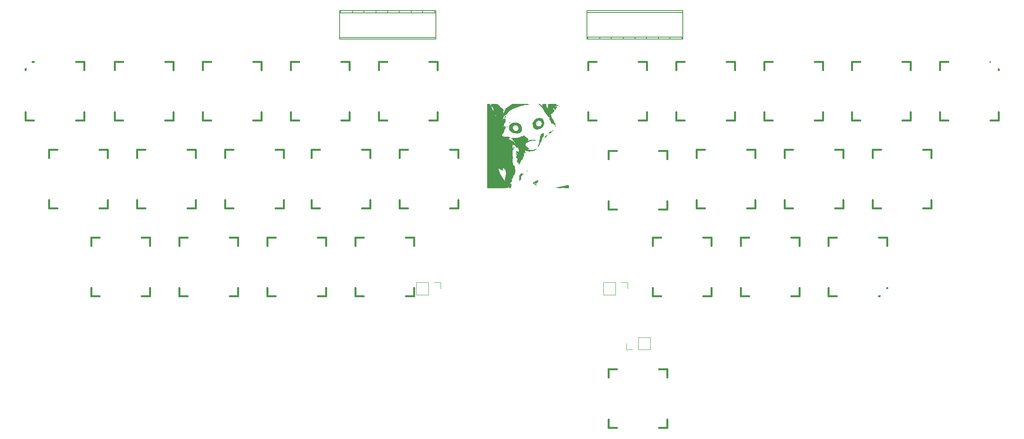
<source format=gto>
G04 #@! TF.GenerationSoftware,KiCad,Pcbnew,(5.1.4)-1*
G04 #@! TF.CreationDate,2021-04-23T00:27:45+10:00*
G04 #@! TF.ProjectId,pain27divided3,7061696e-3237-4646-9976-69646564332e,rev?*
G04 #@! TF.SameCoordinates,Original*
G04 #@! TF.FileFunction,Legend,Top*
G04 #@! TF.FilePolarity,Positive*
%FSLAX46Y46*%
G04 Gerber Fmt 4.6, Leading zero omitted, Abs format (unit mm)*
G04 Created by KiCad (PCBNEW (5.1.4)-1) date 2021-04-23 00:27:45*
%MOMM*%
%LPD*%
G04 APERTURE LIST*
%ADD10C,0.010000*%
%ADD11C,0.120000*%
%ADD12C,0.150000*%
%ADD13C,0.381000*%
%ADD14C,1.187400*%
%ADD15R,2.100000X2.100000*%
%ADD16O,2.100000X2.100000*%
%ADD17C,1.100000*%
%ADD18C,4.800000*%
%ADD19C,2.082800*%
%ADD20O,2.398980X2.398980*%
%ADD21R,2.398980X2.398980*%
%ADD22C,2.686000*%
G04 APERTURE END LIST*
D10*
G36*
X190070184Y-59475432D02*
G01*
X190075689Y-59547608D01*
X190066538Y-59563947D01*
X190045547Y-59550174D01*
X190042282Y-59503333D01*
X190053561Y-59454056D01*
X190070184Y-59475432D01*
X190070184Y-59475432D01*
G37*
X190070184Y-59475432D02*
X190075689Y-59547608D01*
X190066538Y-59563947D01*
X190045547Y-59550174D01*
X190042282Y-59503333D01*
X190053561Y-59454056D01*
X190070184Y-59475432D01*
G36*
X183229637Y-57855152D02*
G01*
X183284972Y-57929432D01*
X183295384Y-57987570D01*
X183270800Y-58044752D01*
X183213734Y-58111214D01*
X183151072Y-58162055D01*
X183109698Y-58172374D01*
X183105408Y-58163521D01*
X183093049Y-57975247D01*
X183121530Y-57868211D01*
X183151726Y-57844399D01*
X183229637Y-57855152D01*
X183229637Y-57855152D01*
G37*
X183229637Y-57855152D02*
X183284972Y-57929432D01*
X183295384Y-57987570D01*
X183270800Y-58044752D01*
X183213734Y-58111214D01*
X183151072Y-58162055D01*
X183109698Y-58172374D01*
X183105408Y-58163521D01*
X183093049Y-57975247D01*
X183121530Y-57868211D01*
X183151726Y-57844399D01*
X183229637Y-57855152D01*
G36*
X183019000Y-58214091D02*
G01*
X182995909Y-58237182D01*
X182972818Y-58214091D01*
X182995909Y-58191000D01*
X183019000Y-58214091D01*
X183019000Y-58214091D01*
G37*
X183019000Y-58214091D02*
X182995909Y-58237182D01*
X182972818Y-58214091D01*
X182995909Y-58191000D01*
X183019000Y-58214091D01*
G36*
X184219727Y-59149509D02*
G01*
X184187889Y-59214740D01*
X184150454Y-59253182D01*
X184094721Y-59280897D01*
X184081182Y-59264491D01*
X184113020Y-59199259D01*
X184150454Y-59160818D01*
X184206188Y-59133103D01*
X184219727Y-59149509D01*
X184219727Y-59149509D01*
G37*
X184219727Y-59149509D02*
X184187889Y-59214740D01*
X184150454Y-59253182D01*
X184094721Y-59280897D01*
X184081182Y-59264491D01*
X184113020Y-59199259D01*
X184150454Y-59160818D01*
X184206188Y-59133103D01*
X184219727Y-59149509D01*
G36*
X192001169Y-55475958D02*
G01*
X192031880Y-55636746D01*
X192074295Y-55773534D01*
X192098122Y-55822557D01*
X192148541Y-55933613D01*
X192163000Y-56009593D01*
X192190420Y-56111054D01*
X192216256Y-56147602D01*
X192295131Y-56173852D01*
X192379376Y-56140283D01*
X192430217Y-56068206D01*
X192431900Y-56029086D01*
X192439999Y-55934479D01*
X192477333Y-55810742D01*
X192480686Y-55802513D01*
X192489972Y-55759352D01*
X193927427Y-55759352D01*
X193931765Y-55864279D01*
X193939378Y-55879284D01*
X194009753Y-55925778D01*
X194087981Y-55901972D01*
X194120786Y-55855041D01*
X194143694Y-55749674D01*
X194148818Y-55674637D01*
X194132443Y-55596634D01*
X194069184Y-55588386D01*
X194055949Y-55591569D01*
X193975031Y-55653124D01*
X193927427Y-55759352D01*
X192489972Y-55759352D01*
X192518200Y-55628158D01*
X192500044Y-55525422D01*
X192469962Y-55428381D01*
X192459759Y-55355828D01*
X192479985Y-55304204D01*
X192541188Y-55269946D01*
X192653916Y-55249494D01*
X192828718Y-55239287D01*
X193076141Y-55235764D01*
X193359235Y-55235364D01*
X194225424Y-55235364D01*
X194221758Y-55339273D01*
X194232590Y-55408478D01*
X194288533Y-55439210D01*
X194391332Y-55447090D01*
X194512116Y-55457168D01*
X194588675Y-55477040D01*
X194595302Y-55481726D01*
X194606611Y-55529873D01*
X194539028Y-55560442D01*
X194407363Y-55567696D01*
X194277029Y-55586014D01*
X194219017Y-55647240D01*
X194241517Y-55742316D01*
X194244747Y-55747551D01*
X194285033Y-55887947D01*
X194239059Y-56028301D01*
X194171909Y-56104184D01*
X194091240Y-56200075D01*
X194056484Y-56292446D01*
X194056454Y-56294514D01*
X194032584Y-56391196D01*
X193967668Y-56408434D01*
X193871750Y-56343731D01*
X193869084Y-56341084D01*
X193802925Y-56249932D01*
X193792191Y-56141226D01*
X193801862Y-56076645D01*
X193817763Y-55971958D01*
X193806202Y-55941671D01*
X193761043Y-55970315D01*
X193760007Y-55971173D01*
X193699165Y-56052092D01*
X193687000Y-56099525D01*
X193651247Y-56178696D01*
X193567378Y-56265920D01*
X193470473Y-56329137D01*
X193421454Y-56342191D01*
X193367734Y-56371162D01*
X193363727Y-56387107D01*
X193404742Y-56411741D01*
X193507922Y-56422503D01*
X193560000Y-56421743D01*
X193690087Y-56430012D01*
X193757832Y-56474439D01*
X193763370Y-56562899D01*
X193706837Y-56703268D01*
X193588371Y-56903420D01*
X193568859Y-56933581D01*
X193461611Y-57093931D01*
X193386387Y-57189608D01*
X193327092Y-57234777D01*
X193267630Y-57243601D01*
X193223972Y-57237103D01*
X193142730Y-57227602D01*
X193099411Y-57256189D01*
X193074485Y-57344475D01*
X193063235Y-57414973D01*
X193059149Y-57576582D01*
X193083263Y-57766056D01*
X193128310Y-57952607D01*
X193187026Y-58105450D01*
X193245894Y-58189026D01*
X193306852Y-58273944D01*
X193335563Y-58348864D01*
X193393535Y-58453415D01*
X193478639Y-58532761D01*
X193569267Y-58628947D01*
X193594636Y-58715329D01*
X193615139Y-58816224D01*
X193667620Y-58958281D01*
X193709897Y-59049082D01*
X193774178Y-59185054D01*
X193816105Y-59291517D01*
X193825352Y-59330888D01*
X193863824Y-59387267D01*
X193917909Y-59414818D01*
X193989827Y-59479413D01*
X194009462Y-59588533D01*
X193970852Y-59705640D01*
X193928513Y-59739209D01*
X193873541Y-59694095D01*
X193799068Y-59634430D01*
X193758946Y-59622636D01*
X193692050Y-59590585D01*
X193608774Y-59513512D01*
X193608669Y-59513392D01*
X193497622Y-59430071D01*
X193355584Y-59374695D01*
X193343914Y-59372298D01*
X193218622Y-59329475D01*
X193151833Y-59267000D01*
X193150111Y-59262179D01*
X193106809Y-59151935D01*
X193083265Y-59103717D01*
X193049325Y-58994156D01*
X193040454Y-58906302D01*
X193006712Y-58798044D01*
X192925000Y-58745182D01*
X192830350Y-58674055D01*
X192809545Y-58587414D01*
X192791351Y-58488239D01*
X192759887Y-58442851D01*
X192749875Y-58392609D01*
X192806069Y-58322872D01*
X192886447Y-58230272D01*
X192883162Y-58169875D01*
X192793259Y-58128977D01*
X192759087Y-58120788D01*
X192609523Y-58041309D01*
X192523616Y-57932391D01*
X192455065Y-57832445D01*
X192399385Y-57778455D01*
X192389347Y-57775364D01*
X192351855Y-57738152D01*
X192347727Y-57709744D01*
X192317329Y-57651091D01*
X192235128Y-57543769D01*
X192114618Y-57404434D01*
X192005126Y-57286770D01*
X191882992Y-57151909D01*
X192855727Y-57151909D01*
X192878818Y-57175000D01*
X192901909Y-57151909D01*
X192878818Y-57128818D01*
X192855727Y-57151909D01*
X191882992Y-57151909D01*
X191816746Y-57078760D01*
X191696417Y-56917329D01*
X191687219Y-56897909D01*
X193040454Y-56897909D01*
X193056211Y-56942890D01*
X193060820Y-56944091D01*
X193100248Y-56911730D01*
X193109727Y-56897909D01*
X193106065Y-56855353D01*
X193089362Y-56851727D01*
X193042334Y-56885251D01*
X193040454Y-56897909D01*
X191687219Y-56897909D01*
X191638012Y-56794026D01*
X191633432Y-56774331D01*
X191619596Y-56631085D01*
X191650835Y-56563150D01*
X191732906Y-56562261D01*
X191772089Y-56575258D01*
X191855353Y-56595743D01*
X191885909Y-56583618D01*
X191847469Y-56545033D01*
X191754256Y-56499054D01*
X191747363Y-56496409D01*
X191650530Y-56467239D01*
X191612775Y-56482386D01*
X191608818Y-56509375D01*
X191592105Y-56572046D01*
X191553823Y-56563198D01*
X191511757Y-56494872D01*
X191492103Y-56430351D01*
X191437084Y-56308808D01*
X191338521Y-56181833D01*
X191303706Y-56148476D01*
X191208864Y-56054194D01*
X191153161Y-55977533D01*
X191147000Y-55957261D01*
X191115959Y-55899073D01*
X191035181Y-55801373D01*
X190939182Y-55702234D01*
X190830623Y-55591204D01*
X190755418Y-55503159D01*
X190731363Y-55461565D01*
X190694251Y-55417752D01*
X190601160Y-55354792D01*
X190558182Y-55330871D01*
X190385000Y-55239446D01*
X190558182Y-55237405D01*
X190669503Y-55245789D01*
X190728514Y-55269136D01*
X190731363Y-55276539D01*
X190770090Y-55319034D01*
X190835273Y-55345857D01*
X190920146Y-55397468D01*
X191026903Y-55499921D01*
X191095920Y-55583405D01*
X191211835Y-55718368D01*
X191295274Y-55768453D01*
X191348614Y-55734317D01*
X191369575Y-55658928D01*
X191357059Y-55576286D01*
X191308922Y-55558636D01*
X191257096Y-55534884D01*
X191244997Y-55450044D01*
X191247983Y-55408545D01*
X191262454Y-55258454D01*
X191615774Y-55245049D01*
X191969094Y-55231645D01*
X192001169Y-55475958D01*
X192001169Y-55475958D01*
G37*
X192001169Y-55475958D02*
X192031880Y-55636746D01*
X192074295Y-55773534D01*
X192098122Y-55822557D01*
X192148541Y-55933613D01*
X192163000Y-56009593D01*
X192190420Y-56111054D01*
X192216256Y-56147602D01*
X192295131Y-56173852D01*
X192379376Y-56140283D01*
X192430217Y-56068206D01*
X192431900Y-56029086D01*
X192439999Y-55934479D01*
X192477333Y-55810742D01*
X192480686Y-55802513D01*
X192489972Y-55759352D01*
X193927427Y-55759352D01*
X193931765Y-55864279D01*
X193939378Y-55879284D01*
X194009753Y-55925778D01*
X194087981Y-55901972D01*
X194120786Y-55855041D01*
X194143694Y-55749674D01*
X194148818Y-55674637D01*
X194132443Y-55596634D01*
X194069184Y-55588386D01*
X194055949Y-55591569D01*
X193975031Y-55653124D01*
X193927427Y-55759352D01*
X192489972Y-55759352D01*
X192518200Y-55628158D01*
X192500044Y-55525422D01*
X192469962Y-55428381D01*
X192459759Y-55355828D01*
X192479985Y-55304204D01*
X192541188Y-55269946D01*
X192653916Y-55249494D01*
X192828718Y-55239287D01*
X193076141Y-55235764D01*
X193359235Y-55235364D01*
X194225424Y-55235364D01*
X194221758Y-55339273D01*
X194232590Y-55408478D01*
X194288533Y-55439210D01*
X194391332Y-55447090D01*
X194512116Y-55457168D01*
X194588675Y-55477040D01*
X194595302Y-55481726D01*
X194606611Y-55529873D01*
X194539028Y-55560442D01*
X194407363Y-55567696D01*
X194277029Y-55586014D01*
X194219017Y-55647240D01*
X194241517Y-55742316D01*
X194244747Y-55747551D01*
X194285033Y-55887947D01*
X194239059Y-56028301D01*
X194171909Y-56104184D01*
X194091240Y-56200075D01*
X194056484Y-56292446D01*
X194056454Y-56294514D01*
X194032584Y-56391196D01*
X193967668Y-56408434D01*
X193871750Y-56343731D01*
X193869084Y-56341084D01*
X193802925Y-56249932D01*
X193792191Y-56141226D01*
X193801862Y-56076645D01*
X193817763Y-55971958D01*
X193806202Y-55941671D01*
X193761043Y-55970315D01*
X193760007Y-55971173D01*
X193699165Y-56052092D01*
X193687000Y-56099525D01*
X193651247Y-56178696D01*
X193567378Y-56265920D01*
X193470473Y-56329137D01*
X193421454Y-56342191D01*
X193367734Y-56371162D01*
X193363727Y-56387107D01*
X193404742Y-56411741D01*
X193507922Y-56422503D01*
X193560000Y-56421743D01*
X193690087Y-56430012D01*
X193757832Y-56474439D01*
X193763370Y-56562899D01*
X193706837Y-56703268D01*
X193588371Y-56903420D01*
X193568859Y-56933581D01*
X193461611Y-57093931D01*
X193386387Y-57189608D01*
X193327092Y-57234777D01*
X193267630Y-57243601D01*
X193223972Y-57237103D01*
X193142730Y-57227602D01*
X193099411Y-57256189D01*
X193074485Y-57344475D01*
X193063235Y-57414973D01*
X193059149Y-57576582D01*
X193083263Y-57766056D01*
X193128310Y-57952607D01*
X193187026Y-58105450D01*
X193245894Y-58189026D01*
X193306852Y-58273944D01*
X193335563Y-58348864D01*
X193393535Y-58453415D01*
X193478639Y-58532761D01*
X193569267Y-58628947D01*
X193594636Y-58715329D01*
X193615139Y-58816224D01*
X193667620Y-58958281D01*
X193709897Y-59049082D01*
X193774178Y-59185054D01*
X193816105Y-59291517D01*
X193825352Y-59330888D01*
X193863824Y-59387267D01*
X193917909Y-59414818D01*
X193989827Y-59479413D01*
X194009462Y-59588533D01*
X193970852Y-59705640D01*
X193928513Y-59739209D01*
X193873541Y-59694095D01*
X193799068Y-59634430D01*
X193758946Y-59622636D01*
X193692050Y-59590585D01*
X193608774Y-59513512D01*
X193608669Y-59513392D01*
X193497622Y-59430071D01*
X193355584Y-59374695D01*
X193343914Y-59372298D01*
X193218622Y-59329475D01*
X193151833Y-59267000D01*
X193150111Y-59262179D01*
X193106809Y-59151935D01*
X193083265Y-59103717D01*
X193049325Y-58994156D01*
X193040454Y-58906302D01*
X193006712Y-58798044D01*
X192925000Y-58745182D01*
X192830350Y-58674055D01*
X192809545Y-58587414D01*
X192791351Y-58488239D01*
X192759887Y-58442851D01*
X192749875Y-58392609D01*
X192806069Y-58322872D01*
X192886447Y-58230272D01*
X192883162Y-58169875D01*
X192793259Y-58128977D01*
X192759087Y-58120788D01*
X192609523Y-58041309D01*
X192523616Y-57932391D01*
X192455065Y-57832445D01*
X192399385Y-57778455D01*
X192389347Y-57775364D01*
X192351855Y-57738152D01*
X192347727Y-57709744D01*
X192317329Y-57651091D01*
X192235128Y-57543769D01*
X192114618Y-57404434D01*
X192005126Y-57286770D01*
X191882992Y-57151909D01*
X192855727Y-57151909D01*
X192878818Y-57175000D01*
X192901909Y-57151909D01*
X192878818Y-57128818D01*
X192855727Y-57151909D01*
X191882992Y-57151909D01*
X191816746Y-57078760D01*
X191696417Y-56917329D01*
X191687219Y-56897909D01*
X193040454Y-56897909D01*
X193056211Y-56942890D01*
X193060820Y-56944091D01*
X193100248Y-56911730D01*
X193109727Y-56897909D01*
X193106065Y-56855353D01*
X193089362Y-56851727D01*
X193042334Y-56885251D01*
X193040454Y-56897909D01*
X191687219Y-56897909D01*
X191638012Y-56794026D01*
X191633432Y-56774331D01*
X191619596Y-56631085D01*
X191650835Y-56563150D01*
X191732906Y-56562261D01*
X191772089Y-56575258D01*
X191855353Y-56595743D01*
X191885909Y-56583618D01*
X191847469Y-56545033D01*
X191754256Y-56499054D01*
X191747363Y-56496409D01*
X191650530Y-56467239D01*
X191612775Y-56482386D01*
X191608818Y-56509375D01*
X191592105Y-56572046D01*
X191553823Y-56563198D01*
X191511757Y-56494872D01*
X191492103Y-56430351D01*
X191437084Y-56308808D01*
X191338521Y-56181833D01*
X191303706Y-56148476D01*
X191208864Y-56054194D01*
X191153161Y-55977533D01*
X191147000Y-55957261D01*
X191115959Y-55899073D01*
X191035181Y-55801373D01*
X190939182Y-55702234D01*
X190830623Y-55591204D01*
X190755418Y-55503159D01*
X190731363Y-55461565D01*
X190694251Y-55417752D01*
X190601160Y-55354792D01*
X190558182Y-55330871D01*
X190385000Y-55239446D01*
X190558182Y-55237405D01*
X190669503Y-55245789D01*
X190728514Y-55269136D01*
X190731363Y-55276539D01*
X190770090Y-55319034D01*
X190835273Y-55345857D01*
X190920146Y-55397468D01*
X191026903Y-55499921D01*
X191095920Y-55583405D01*
X191211835Y-55718368D01*
X191295274Y-55768453D01*
X191348614Y-55734317D01*
X191369575Y-55658928D01*
X191357059Y-55576286D01*
X191308922Y-55558636D01*
X191257096Y-55534884D01*
X191244997Y-55450044D01*
X191247983Y-55408545D01*
X191262454Y-55258454D01*
X191615774Y-55245049D01*
X191969094Y-55231645D01*
X192001169Y-55475958D01*
G36*
X193989836Y-59837863D02*
G01*
X194038964Y-59894171D01*
X194036018Y-59932555D01*
X194012529Y-60018856D01*
X194010273Y-60042050D01*
X193975017Y-60083247D01*
X193964091Y-60084454D01*
X193931534Y-60044357D01*
X193917909Y-59947889D01*
X193917909Y-59947358D01*
X193929206Y-59852641D01*
X193970217Y-59832047D01*
X193989836Y-59837863D01*
X193989836Y-59837863D01*
G37*
X193989836Y-59837863D02*
X194038964Y-59894171D01*
X194036018Y-59932555D01*
X194012529Y-60018856D01*
X194010273Y-60042050D01*
X193975017Y-60083247D01*
X193964091Y-60084454D01*
X193931534Y-60044357D01*
X193917909Y-59947889D01*
X193917909Y-59947358D01*
X193929206Y-59852641D01*
X193970217Y-59832047D01*
X193989836Y-59837863D01*
G36*
X183195912Y-60017028D02*
G01*
X183203727Y-60038273D01*
X183166322Y-60079244D01*
X183134454Y-60084454D01*
X183072997Y-60059518D01*
X183065182Y-60038273D01*
X183102587Y-59997301D01*
X183134454Y-59992091D01*
X183195912Y-60017028D01*
X183195912Y-60017028D01*
G37*
X183195912Y-60017028D02*
X183203727Y-60038273D01*
X183166322Y-60079244D01*
X183134454Y-60084454D01*
X183072997Y-60059518D01*
X183065182Y-60038273D01*
X183102587Y-59997301D01*
X183134454Y-59992091D01*
X183195912Y-60017028D01*
G36*
X183650151Y-60099848D02*
G01*
X183643812Y-60127303D01*
X183619363Y-60130636D01*
X183581351Y-60113739D01*
X183588576Y-60099848D01*
X183643383Y-60094321D01*
X183650151Y-60099848D01*
X183650151Y-60099848D01*
G37*
X183650151Y-60099848D02*
X183643812Y-60127303D01*
X183619363Y-60130636D01*
X183581351Y-60113739D01*
X183588576Y-60099848D01*
X183643383Y-60094321D01*
X183650151Y-60099848D01*
G36*
X183650151Y-60192212D02*
G01*
X183655678Y-60247019D01*
X183650151Y-60253788D01*
X183622696Y-60247448D01*
X183619363Y-60223000D01*
X183636261Y-60184987D01*
X183650151Y-60192212D01*
X183650151Y-60192212D01*
G37*
X183650151Y-60192212D02*
X183655678Y-60247019D01*
X183650151Y-60253788D01*
X183622696Y-60247448D01*
X183619363Y-60223000D01*
X183636261Y-60184987D01*
X183650151Y-60192212D01*
G36*
X190863326Y-58294868D02*
G01*
X191109839Y-58372121D01*
X191299920Y-58515686D01*
X191443574Y-58732795D01*
X191540011Y-58992099D01*
X191589594Y-59244019D01*
X191580060Y-59479798D01*
X191507846Y-59729469D01*
X191432318Y-59899727D01*
X191337327Y-60064815D01*
X191219993Y-60196942D01*
X191050801Y-60328417D01*
X191023907Y-60346842D01*
X190684645Y-60541773D01*
X190359761Y-60652202D01*
X190034740Y-60681355D01*
X189716235Y-60637559D01*
X189552097Y-60560888D01*
X189413964Y-60410209D01*
X189295903Y-60178161D01*
X189253993Y-60063942D01*
X189173284Y-59730378D01*
X189172265Y-59518651D01*
X189818268Y-59518651D01*
X189828096Y-59597489D01*
X189877827Y-59770708D01*
X189982957Y-59909528D01*
X190019585Y-59943261D01*
X190120796Y-60022655D01*
X190217023Y-60065219D01*
X190343984Y-60082046D01*
X190474186Y-60084454D01*
X190638190Y-60080950D01*
X190742698Y-60062146D01*
X190820535Y-60015609D01*
X190904525Y-59928903D01*
X190914400Y-59917688D01*
X191013373Y-59790909D01*
X191088836Y-59669628D01*
X191105661Y-59632990D01*
X191121324Y-59475928D01*
X191073517Y-59290704D01*
X190972871Y-59104294D01*
X190836033Y-58948929D01*
X190705928Y-58849608D01*
X190582934Y-58804120D01*
X190437294Y-58793286D01*
X190294425Y-58800163D01*
X190191472Y-58835698D01*
X190087434Y-58917715D01*
X190036198Y-58967662D01*
X189892758Y-59140548D01*
X189823845Y-59312919D01*
X189818268Y-59518651D01*
X189172265Y-59518651D01*
X189171852Y-59433054D01*
X189250058Y-59160219D01*
X189283834Y-59091178D01*
X189428089Y-58849525D01*
X189573948Y-58658483D01*
X189710157Y-58531166D01*
X189804978Y-58483921D01*
X189928404Y-58440085D01*
X190062378Y-58372696D01*
X190065470Y-58370851D01*
X190211984Y-58313341D01*
X190422741Y-58282758D01*
X190550379Y-58276695D01*
X190863326Y-58294868D01*
X190863326Y-58294868D01*
G37*
X190863326Y-58294868D02*
X191109839Y-58372121D01*
X191299920Y-58515686D01*
X191443574Y-58732795D01*
X191540011Y-58992099D01*
X191589594Y-59244019D01*
X191580060Y-59479798D01*
X191507846Y-59729469D01*
X191432318Y-59899727D01*
X191337327Y-60064815D01*
X191219993Y-60196942D01*
X191050801Y-60328417D01*
X191023907Y-60346842D01*
X190684645Y-60541773D01*
X190359761Y-60652202D01*
X190034740Y-60681355D01*
X189716235Y-60637559D01*
X189552097Y-60560888D01*
X189413964Y-60410209D01*
X189295903Y-60178161D01*
X189253993Y-60063942D01*
X189173284Y-59730378D01*
X189172265Y-59518651D01*
X189818268Y-59518651D01*
X189828096Y-59597489D01*
X189877827Y-59770708D01*
X189982957Y-59909528D01*
X190019585Y-59943261D01*
X190120796Y-60022655D01*
X190217023Y-60065219D01*
X190343984Y-60082046D01*
X190474186Y-60084454D01*
X190638190Y-60080950D01*
X190742698Y-60062146D01*
X190820535Y-60015609D01*
X190904525Y-59928903D01*
X190914400Y-59917688D01*
X191013373Y-59790909D01*
X191088836Y-59669628D01*
X191105661Y-59632990D01*
X191121324Y-59475928D01*
X191073517Y-59290704D01*
X190972871Y-59104294D01*
X190836033Y-58948929D01*
X190705928Y-58849608D01*
X190582934Y-58804120D01*
X190437294Y-58793286D01*
X190294425Y-58800163D01*
X190191472Y-58835698D01*
X190087434Y-58917715D01*
X190036198Y-58967662D01*
X189892758Y-59140548D01*
X189823845Y-59312919D01*
X189818268Y-59518651D01*
X189172265Y-59518651D01*
X189171852Y-59433054D01*
X189250058Y-59160219D01*
X189283834Y-59091178D01*
X189428089Y-58849525D01*
X189573948Y-58658483D01*
X189710157Y-58531166D01*
X189804978Y-58483921D01*
X189928404Y-58440085D01*
X190062378Y-58372696D01*
X190065470Y-58370851D01*
X190211984Y-58313341D01*
X190422741Y-58282758D01*
X190550379Y-58276695D01*
X190863326Y-58294868D01*
G36*
X193560879Y-60885435D02*
G01*
X193562414Y-60900596D01*
X193490118Y-60906787D01*
X193479182Y-60906724D01*
X193407556Y-60900065D01*
X193414393Y-60886009D01*
X193422333Y-60883724D01*
X193522932Y-60876963D01*
X193560879Y-60885435D01*
X193560879Y-60885435D01*
G37*
X193560879Y-60885435D02*
X193562414Y-60900596D01*
X193490118Y-60906787D01*
X193479182Y-60906724D01*
X193407556Y-60900065D01*
X193414393Y-60886009D01*
X193422333Y-60883724D01*
X193522932Y-60876963D01*
X193560879Y-60885435D01*
G36*
X193383972Y-61008746D02*
G01*
X193341628Y-61080735D01*
X193291568Y-61138533D01*
X193274506Y-61122091D01*
X193272832Y-61091634D01*
X193297360Y-61007053D01*
X193320618Y-60983101D01*
X193379910Y-60965673D01*
X193383972Y-61008746D01*
X193383972Y-61008746D01*
G37*
X193383972Y-61008746D02*
X193341628Y-61080735D01*
X193291568Y-61138533D01*
X193274506Y-61122091D01*
X193272832Y-61091634D01*
X193297360Y-61007053D01*
X193320618Y-60983101D01*
X193379910Y-60965673D01*
X193383972Y-61008746D01*
G36*
X193115283Y-61199267D02*
G01*
X193173524Y-61232274D01*
X193178293Y-61250545D01*
X193136562Y-61367708D01*
X193025251Y-61432764D01*
X193003187Y-61437042D01*
X192895596Y-61473394D01*
X192845864Y-61507481D01*
X192779656Y-61556318D01*
X192711636Y-61541302D01*
X192673969Y-61518903D01*
X192631751Y-61472562D01*
X192663867Y-61409285D01*
X192668079Y-61404156D01*
X192744397Y-61343676D01*
X192787168Y-61331364D01*
X192853362Y-61294220D01*
X192872428Y-61262091D01*
X192926977Y-61215600D01*
X193020515Y-61194184D01*
X193115283Y-61199267D01*
X193115283Y-61199267D01*
G37*
X193115283Y-61199267D02*
X193173524Y-61232274D01*
X193178293Y-61250545D01*
X193136562Y-61367708D01*
X193025251Y-61432764D01*
X193003187Y-61437042D01*
X192895596Y-61473394D01*
X192845864Y-61507481D01*
X192779656Y-61556318D01*
X192711636Y-61541302D01*
X192673969Y-61518903D01*
X192631751Y-61472562D01*
X192663867Y-61409285D01*
X192668079Y-61404156D01*
X192744397Y-61343676D01*
X192787168Y-61331364D01*
X192853362Y-61294220D01*
X192872428Y-61262091D01*
X192926977Y-61215600D01*
X193020515Y-61194184D01*
X193115283Y-61199267D01*
G36*
X185475673Y-59265302D02*
G01*
X185759925Y-59296299D01*
X185986865Y-59359574D01*
X186189261Y-59466978D01*
X186335949Y-59576454D01*
X186507928Y-59740937D01*
X186626210Y-59918583D01*
X186700630Y-60132086D01*
X186741025Y-60404141D01*
X186749678Y-60530959D01*
X186758063Y-60739940D01*
X186754637Y-60882468D01*
X186736033Y-60984065D01*
X186698885Y-61070256D01*
X186672646Y-61114999D01*
X186558573Y-61263769D01*
X186415635Y-61371336D01*
X186218823Y-61453703D01*
X186081598Y-61493272D01*
X185824159Y-61543826D01*
X185575967Y-61552410D01*
X185299730Y-61518893D01*
X185156373Y-61490048D01*
X184968075Y-61440020D01*
X184786277Y-61377621D01*
X184688634Y-61334980D01*
X184548474Y-61240370D01*
X184391178Y-61099793D01*
X184241835Y-60939530D01*
X184125536Y-60785862D01*
X184076078Y-60693357D01*
X184044615Y-60542311D01*
X184042278Y-60484714D01*
X184823653Y-60484714D01*
X184870157Y-60693161D01*
X184983677Y-60873310D01*
X184985611Y-60875365D01*
X185129518Y-61005754D01*
X185271834Y-61076125D01*
X185441590Y-61094778D01*
X185666998Y-61070149D01*
X185785344Y-61037240D01*
X185875467Y-60969660D01*
X185968246Y-60843375D01*
X185977848Y-60828203D01*
X186059377Y-60665232D01*
X186104728Y-60505568D01*
X186109806Y-60373823D01*
X186070516Y-60294608D01*
X186067000Y-60292273D01*
X186027678Y-60226885D01*
X186020818Y-60177636D01*
X185992346Y-60087751D01*
X185922009Y-59975202D01*
X185903390Y-59951986D01*
X185747503Y-59833835D01*
X185543261Y-59774904D01*
X185317559Y-59780853D01*
X185213975Y-59806922D01*
X185039326Y-59909072D01*
X184912929Y-60070720D01*
X184839474Y-60269917D01*
X184823653Y-60484714D01*
X184042278Y-60484714D01*
X184036534Y-60343191D01*
X184050639Y-60136959D01*
X184085734Y-59964574D01*
X184098377Y-59929806D01*
X184241536Y-59702494D01*
X184456859Y-59515374D01*
X184730422Y-59375161D01*
X185048306Y-59288573D01*
X185396588Y-59262325D01*
X185475673Y-59265302D01*
X185475673Y-59265302D01*
G37*
X185475673Y-59265302D02*
X185759925Y-59296299D01*
X185986865Y-59359574D01*
X186189261Y-59466978D01*
X186335949Y-59576454D01*
X186507928Y-59740937D01*
X186626210Y-59918583D01*
X186700630Y-60132086D01*
X186741025Y-60404141D01*
X186749678Y-60530959D01*
X186758063Y-60739940D01*
X186754637Y-60882468D01*
X186736033Y-60984065D01*
X186698885Y-61070256D01*
X186672646Y-61114999D01*
X186558573Y-61263769D01*
X186415635Y-61371336D01*
X186218823Y-61453703D01*
X186081598Y-61493272D01*
X185824159Y-61543826D01*
X185575967Y-61552410D01*
X185299730Y-61518893D01*
X185156373Y-61490048D01*
X184968075Y-61440020D01*
X184786277Y-61377621D01*
X184688634Y-61334980D01*
X184548474Y-61240370D01*
X184391178Y-61099793D01*
X184241835Y-60939530D01*
X184125536Y-60785862D01*
X184076078Y-60693357D01*
X184044615Y-60542311D01*
X184042278Y-60484714D01*
X184823653Y-60484714D01*
X184870157Y-60693161D01*
X184983677Y-60873310D01*
X184985611Y-60875365D01*
X185129518Y-61005754D01*
X185271834Y-61076125D01*
X185441590Y-61094778D01*
X185666998Y-61070149D01*
X185785344Y-61037240D01*
X185875467Y-60969660D01*
X185968246Y-60843375D01*
X185977848Y-60828203D01*
X186059377Y-60665232D01*
X186104728Y-60505568D01*
X186109806Y-60373823D01*
X186070516Y-60294608D01*
X186067000Y-60292273D01*
X186027678Y-60226885D01*
X186020818Y-60177636D01*
X185992346Y-60087751D01*
X185922009Y-59975202D01*
X185903390Y-59951986D01*
X185747503Y-59833835D01*
X185543261Y-59774904D01*
X185317559Y-59780853D01*
X185213975Y-59806922D01*
X185039326Y-59909072D01*
X184912929Y-60070720D01*
X184839474Y-60269917D01*
X184823653Y-60484714D01*
X184042278Y-60484714D01*
X184036534Y-60343191D01*
X184050639Y-60136959D01*
X184085734Y-59964574D01*
X184098377Y-59929806D01*
X184241536Y-59702494D01*
X184456859Y-59515374D01*
X184730422Y-59375161D01*
X185048306Y-59288573D01*
X185396588Y-59262325D01*
X185475673Y-59265302D01*
G36*
X192255363Y-62047182D02*
G01*
X192232273Y-62070273D01*
X192209182Y-62047182D01*
X192232273Y-62024091D01*
X192255363Y-62047182D01*
X192255363Y-62047182D01*
G37*
X192255363Y-62047182D02*
X192232273Y-62070273D01*
X192209182Y-62047182D01*
X192232273Y-62024091D01*
X192255363Y-62047182D01*
G36*
X192024454Y-62062720D02*
G01*
X192120282Y-62087465D01*
X192187132Y-62123703D01*
X192203554Y-62156094D01*
X192172236Y-62168409D01*
X192025302Y-62202605D01*
X191960953Y-62268653D01*
X191962598Y-62338593D01*
X191945046Y-62412012D01*
X191877093Y-62474130D01*
X191792733Y-62505494D01*
X191725963Y-62486649D01*
X191719280Y-62477831D01*
X191729311Y-62417624D01*
X191797281Y-62344545D01*
X191877883Y-62249439D01*
X191907832Y-62154610D01*
X191925647Y-62076214D01*
X191994724Y-62059577D01*
X192024454Y-62062720D01*
X192024454Y-62062720D01*
G37*
X192024454Y-62062720D02*
X192120282Y-62087465D01*
X192187132Y-62123703D01*
X192203554Y-62156094D01*
X192172236Y-62168409D01*
X192025302Y-62202605D01*
X191960953Y-62268653D01*
X191962598Y-62338593D01*
X191945046Y-62412012D01*
X191877093Y-62474130D01*
X191792733Y-62505494D01*
X191725963Y-62486649D01*
X191719280Y-62477831D01*
X191729311Y-62417624D01*
X191797281Y-62344545D01*
X191877883Y-62249439D01*
X191907832Y-62154610D01*
X191925647Y-62076214D01*
X191994724Y-62059577D01*
X192024454Y-62062720D01*
G36*
X190269545Y-62970818D02*
G01*
X190246454Y-62993909D01*
X190223363Y-62970818D01*
X190246454Y-62947727D01*
X190269545Y-62970818D01*
X190269545Y-62970818D01*
G37*
X190269545Y-62970818D02*
X190246454Y-62993909D01*
X190223363Y-62970818D01*
X190246454Y-62947727D01*
X190269545Y-62970818D01*
G36*
X191464330Y-61601353D02*
G01*
X191465888Y-61683665D01*
X191465379Y-61689273D01*
X191469675Y-61829037D01*
X191489577Y-61924830D01*
X191499112Y-62035778D01*
X191474860Y-62084158D01*
X191430558Y-62171856D01*
X191424091Y-62219504D01*
X191389562Y-62304868D01*
X191352027Y-62331734D01*
X191281572Y-62396125D01*
X191202140Y-62524258D01*
X191125704Y-62689919D01*
X191064236Y-62866891D01*
X191029709Y-63028962D01*
X191028509Y-63040091D01*
X190997336Y-63197035D01*
X190944636Y-63333860D01*
X190926780Y-63363364D01*
X190848207Y-63487933D01*
X190773978Y-63638165D01*
X190690970Y-63841527D01*
X190662904Y-63915636D01*
X190597944Y-64053177D01*
X190524486Y-64158615D01*
X190496973Y-64183800D01*
X190426852Y-64256816D01*
X190408091Y-64307769D01*
X190374981Y-64370715D01*
X190306622Y-64406605D01*
X190254578Y-64395184D01*
X190263630Y-64346295D01*
X190311393Y-64243500D01*
X190373603Y-64132821D01*
X190465325Y-63954339D01*
X190513403Y-63779910D01*
X190531248Y-63594273D01*
X190543957Y-63372291D01*
X190558812Y-63222249D01*
X190579592Y-63123734D01*
X190610079Y-63056336D01*
X190637933Y-63018285D01*
X190672701Y-62932460D01*
X190701921Y-62777457D01*
X190721303Y-62576455D01*
X190722019Y-62564159D01*
X190743007Y-62333854D01*
X190775070Y-62194382D01*
X190806597Y-62148796D01*
X190858400Y-62076920D01*
X190871378Y-62010251D01*
X190915989Y-61859438D01*
X191046918Y-61729918D01*
X191196675Y-61647929D01*
X191345951Y-61585982D01*
X191429760Y-61569624D01*
X191464330Y-61601353D01*
X191464330Y-61601353D01*
G37*
X191464330Y-61601353D02*
X191465888Y-61683665D01*
X191465379Y-61689273D01*
X191469675Y-61829037D01*
X191489577Y-61924830D01*
X191499112Y-62035778D01*
X191474860Y-62084158D01*
X191430558Y-62171856D01*
X191424091Y-62219504D01*
X191389562Y-62304868D01*
X191352027Y-62331734D01*
X191281572Y-62396125D01*
X191202140Y-62524258D01*
X191125704Y-62689919D01*
X191064236Y-62866891D01*
X191029709Y-63028962D01*
X191028509Y-63040091D01*
X190997336Y-63197035D01*
X190944636Y-63333860D01*
X190926780Y-63363364D01*
X190848207Y-63487933D01*
X190773978Y-63638165D01*
X190690970Y-63841527D01*
X190662904Y-63915636D01*
X190597944Y-64053177D01*
X190524486Y-64158615D01*
X190496973Y-64183800D01*
X190426852Y-64256816D01*
X190408091Y-64307769D01*
X190374981Y-64370715D01*
X190306622Y-64406605D01*
X190254578Y-64395184D01*
X190263630Y-64346295D01*
X190311393Y-64243500D01*
X190373603Y-64132821D01*
X190465325Y-63954339D01*
X190513403Y-63779910D01*
X190531248Y-63594273D01*
X190543957Y-63372291D01*
X190558812Y-63222249D01*
X190579592Y-63123734D01*
X190610079Y-63056336D01*
X190637933Y-63018285D01*
X190672701Y-62932460D01*
X190701921Y-62777457D01*
X190721303Y-62576455D01*
X190722019Y-62564159D01*
X190743007Y-62333854D01*
X190775070Y-62194382D01*
X190806597Y-62148796D01*
X190858400Y-62076920D01*
X190871378Y-62010251D01*
X190915989Y-61859438D01*
X191046918Y-61729918D01*
X191196675Y-61647929D01*
X191345951Y-61585982D01*
X191429760Y-61569624D01*
X191464330Y-61601353D01*
G36*
X185063442Y-64604771D02*
G01*
X185061857Y-64616955D01*
X185048742Y-64693965D01*
X185040239Y-64773973D01*
X185019542Y-64859898D01*
X184991958Y-64887364D01*
X184970376Y-64846835D01*
X184965413Y-64746258D01*
X184967394Y-64714182D01*
X184987224Y-64607445D01*
X185018699Y-64557313D01*
X185027909Y-64557164D01*
X185063442Y-64604771D01*
X185063442Y-64604771D01*
G37*
X185063442Y-64604771D02*
X185061857Y-64616955D01*
X185048742Y-64693965D01*
X185040239Y-64773973D01*
X185019542Y-64859898D01*
X184991958Y-64887364D01*
X184970376Y-64846835D01*
X184965413Y-64746258D01*
X184967394Y-64714182D01*
X184987224Y-64607445D01*
X185018699Y-64557313D01*
X185027909Y-64557164D01*
X185063442Y-64604771D01*
G36*
X185050470Y-64969276D02*
G01*
X185051000Y-64979727D01*
X185015497Y-65024134D01*
X185002092Y-65025909D01*
X184974511Y-64997616D01*
X184981727Y-64979727D01*
X185023226Y-64935670D01*
X185030634Y-64933545D01*
X185050470Y-64969276D01*
X185050470Y-64969276D01*
G37*
X185050470Y-64969276D02*
X185051000Y-64979727D01*
X185015497Y-65024134D01*
X185002092Y-65025909D01*
X184974511Y-64997616D01*
X184981727Y-64979727D01*
X185023226Y-64935670D01*
X185030634Y-64933545D01*
X185050470Y-64969276D01*
G36*
X187912931Y-69725416D02*
G01*
X187914273Y-69736454D01*
X187879129Y-69781294D01*
X187868091Y-69782636D01*
X187823251Y-69747493D01*
X187821909Y-69736454D01*
X187857052Y-69691615D01*
X187868091Y-69690273D01*
X187912931Y-69725416D01*
X187912931Y-69725416D01*
G37*
X187912931Y-69725416D02*
X187914273Y-69736454D01*
X187879129Y-69781294D01*
X187868091Y-69782636D01*
X187823251Y-69747493D01*
X187821909Y-69736454D01*
X187857052Y-69691615D01*
X187868091Y-69690273D01*
X187912931Y-69725416D01*
G36*
X187175363Y-70359909D02*
G01*
X187152273Y-70383000D01*
X187129182Y-70359909D01*
X187152273Y-70336818D01*
X187175363Y-70359909D01*
X187175363Y-70359909D01*
G37*
X187175363Y-70359909D02*
X187152273Y-70383000D01*
X187129182Y-70359909D01*
X187152273Y-70336818D01*
X187175363Y-70359909D01*
G36*
X186817728Y-70320678D02*
G01*
X186831309Y-70332335D01*
X186912454Y-70376895D01*
X186958995Y-70390063D01*
X187012600Y-70407209D01*
X187002118Y-70442613D01*
X186948163Y-70498454D01*
X186787671Y-70655771D01*
X186682486Y-70764693D01*
X186622172Y-70841699D01*
X186596291Y-70903269D01*
X186594406Y-70965883D01*
X186605127Y-71040048D01*
X186613220Y-71160140D01*
X186591697Y-71213225D01*
X186585843Y-71214273D01*
X186525308Y-71249299D01*
X186508893Y-71326924D01*
X186541839Y-71405964D01*
X186559430Y-71421879D01*
X186609310Y-71468849D01*
X186584567Y-71505881D01*
X186537141Y-71533091D01*
X186459656Y-71595926D01*
X186436454Y-71645798D01*
X186410958Y-71727338D01*
X186371600Y-71793313D01*
X186332019Y-71838031D01*
X186307016Y-71825941D01*
X186286701Y-71743500D01*
X186273242Y-71658586D01*
X186254820Y-71491852D01*
X186240522Y-71282324D01*
X186234187Y-71105355D01*
X186235296Y-70923374D01*
X186250153Y-70806410D01*
X186284765Y-70727441D01*
X186330089Y-70674092D01*
X186426096Y-70556922D01*
X186504457Y-70431638D01*
X186595394Y-70326270D01*
X186709329Y-70286394D01*
X186817728Y-70320678D01*
X186817728Y-70320678D01*
G37*
X186817728Y-70320678D02*
X186831309Y-70332335D01*
X186912454Y-70376895D01*
X186958995Y-70390063D01*
X187012600Y-70407209D01*
X187002118Y-70442613D01*
X186948163Y-70498454D01*
X186787671Y-70655771D01*
X186682486Y-70764693D01*
X186622172Y-70841699D01*
X186596291Y-70903269D01*
X186594406Y-70965883D01*
X186605127Y-71040048D01*
X186613220Y-71160140D01*
X186591697Y-71213225D01*
X186585843Y-71214273D01*
X186525308Y-71249299D01*
X186508893Y-71326924D01*
X186541839Y-71405964D01*
X186559430Y-71421879D01*
X186609310Y-71468849D01*
X186584567Y-71505881D01*
X186537141Y-71533091D01*
X186459656Y-71595926D01*
X186436454Y-71645798D01*
X186410958Y-71727338D01*
X186371600Y-71793313D01*
X186332019Y-71838031D01*
X186307016Y-71825941D01*
X186286701Y-71743500D01*
X186273242Y-71658586D01*
X186254820Y-71491852D01*
X186240522Y-71282324D01*
X186234187Y-71105355D01*
X186235296Y-70923374D01*
X186250153Y-70806410D01*
X186284765Y-70727441D01*
X186330089Y-70674092D01*
X186426096Y-70556922D01*
X186504457Y-70431638D01*
X186595394Y-70326270D01*
X186709329Y-70286394D01*
X186817728Y-70320678D01*
G36*
X184576674Y-72017644D02*
G01*
X184562901Y-72038634D01*
X184516060Y-72041899D01*
X184466783Y-72030621D01*
X184488159Y-72013998D01*
X184560335Y-72008492D01*
X184576674Y-72017644D01*
X184576674Y-72017644D01*
G37*
X184576674Y-72017644D02*
X184562901Y-72038634D01*
X184516060Y-72041899D01*
X184466783Y-72030621D01*
X184488159Y-72013998D01*
X184560335Y-72008492D01*
X184576674Y-72017644D01*
G36*
X190251520Y-71800864D02*
G01*
X190296462Y-71836446D01*
X190279802Y-71899812D01*
X190199419Y-71980726D01*
X190116317Y-72057276D01*
X190100953Y-72112618D01*
X190127898Y-72157263D01*
X190164036Y-72218737D01*
X190128640Y-72251073D01*
X190124656Y-72252591D01*
X190020166Y-72277453D01*
X189862710Y-72300311D01*
X189691634Y-72316004D01*
X189614522Y-72319519D01*
X189515288Y-72344478D01*
X189476335Y-72425195D01*
X189475976Y-72427694D01*
X189458233Y-72497300D01*
X189414086Y-72505546D01*
X189334144Y-72471250D01*
X189248936Y-72417877D01*
X189237068Y-72361002D01*
X189254950Y-72320011D01*
X189329023Y-72231114D01*
X189428352Y-72154148D01*
X189545830Y-72080093D01*
X189689810Y-71985842D01*
X189738454Y-71953239D01*
X189888443Y-71869254D01*
X190033375Y-71816426D01*
X190159112Y-71793910D01*
X190251520Y-71800864D01*
X190251520Y-71800864D01*
G37*
X190251520Y-71800864D02*
X190296462Y-71836446D01*
X190279802Y-71899812D01*
X190199419Y-71980726D01*
X190116317Y-72057276D01*
X190100953Y-72112618D01*
X190127898Y-72157263D01*
X190164036Y-72218737D01*
X190128640Y-72251073D01*
X190124656Y-72252591D01*
X190020166Y-72277453D01*
X189862710Y-72300311D01*
X189691634Y-72316004D01*
X189614522Y-72319519D01*
X189515288Y-72344478D01*
X189476335Y-72425195D01*
X189475976Y-72427694D01*
X189458233Y-72497300D01*
X189414086Y-72505546D01*
X189334144Y-72471250D01*
X189248936Y-72417877D01*
X189237068Y-72361002D01*
X189254950Y-72320011D01*
X189329023Y-72231114D01*
X189428352Y-72154148D01*
X189545830Y-72080093D01*
X189689810Y-71985842D01*
X189738454Y-71953239D01*
X189888443Y-71869254D01*
X190033375Y-71816426D01*
X190159112Y-71793910D01*
X190251520Y-71800864D01*
G36*
X189853716Y-72472926D02*
G01*
X189896640Y-72516649D01*
X189900091Y-72548159D01*
X189860853Y-72621115D01*
X189768233Y-72673007D01*
X189659869Y-72692675D01*
X189573398Y-72668963D01*
X189556303Y-72650076D01*
X189543186Y-72562423D01*
X189604800Y-72493705D01*
X189723519Y-72461716D01*
X189743395Y-72461182D01*
X189853716Y-72472926D01*
X189853716Y-72472926D01*
G37*
X189853716Y-72472926D02*
X189896640Y-72516649D01*
X189900091Y-72548159D01*
X189860853Y-72621115D01*
X189768233Y-72673007D01*
X189659869Y-72692675D01*
X189573398Y-72668963D01*
X189556303Y-72650076D01*
X189543186Y-72562423D01*
X189604800Y-72493705D01*
X189723519Y-72461716D01*
X189743395Y-72461182D01*
X189853716Y-72472926D01*
G36*
X189861649Y-72816293D02*
G01*
X189900091Y-72853727D01*
X189927806Y-72909461D01*
X189911400Y-72923000D01*
X189846168Y-72891162D01*
X189807727Y-72853727D01*
X189780012Y-72797993D01*
X189796418Y-72784454D01*
X189861649Y-72816293D01*
X189861649Y-72816293D01*
G37*
X189861649Y-72816293D02*
X189900091Y-72853727D01*
X189927806Y-72909461D01*
X189911400Y-72923000D01*
X189846168Y-72891162D01*
X189807727Y-72853727D01*
X189780012Y-72797993D01*
X189796418Y-72784454D01*
X189861649Y-72816293D01*
G36*
X196919727Y-73384818D02*
G01*
X196414453Y-73384818D01*
X196183637Y-73380479D01*
X196008340Y-73368323D01*
X195902818Y-73349638D01*
X195879250Y-73336394D01*
X195824807Y-73314644D01*
X195795706Y-73331361D01*
X195732614Y-73348913D01*
X195602909Y-73362629D01*
X195423770Y-73372518D01*
X195212377Y-73378589D01*
X194985909Y-73380850D01*
X194761547Y-73379311D01*
X194556469Y-73373980D01*
X194387855Y-73364864D01*
X194272885Y-73351974D01*
X194228737Y-73335317D01*
X194230768Y-73330577D01*
X194300516Y-73300515D01*
X194434588Y-73270935D01*
X194605112Y-73247858D01*
X194620332Y-73246395D01*
X194806361Y-73223672D01*
X194971557Y-73194064D01*
X195080410Y-73163946D01*
X195081030Y-73163690D01*
X195194003Y-73132143D01*
X195358599Y-73103480D01*
X195496667Y-73087893D01*
X195700289Y-73058933D01*
X195908824Y-73010867D01*
X196019182Y-72975356D01*
X196189353Y-72924987D01*
X196402081Y-72881792D01*
X196584909Y-72857922D01*
X196919727Y-72828646D01*
X196919727Y-73384818D01*
X196919727Y-73384818D01*
G37*
X196919727Y-73384818D02*
X196414453Y-73384818D01*
X196183637Y-73380479D01*
X196008340Y-73368323D01*
X195902818Y-73349638D01*
X195879250Y-73336394D01*
X195824807Y-73314644D01*
X195795706Y-73331361D01*
X195732614Y-73348913D01*
X195602909Y-73362629D01*
X195423770Y-73372518D01*
X195212377Y-73378589D01*
X194985909Y-73380850D01*
X194761547Y-73379311D01*
X194556469Y-73373980D01*
X194387855Y-73364864D01*
X194272885Y-73351974D01*
X194228737Y-73335317D01*
X194230768Y-73330577D01*
X194300516Y-73300515D01*
X194434588Y-73270935D01*
X194605112Y-73247858D01*
X194620332Y-73246395D01*
X194806361Y-73223672D01*
X194971557Y-73194064D01*
X195080410Y-73163946D01*
X195081030Y-73163690D01*
X195194003Y-73132143D01*
X195358599Y-73103480D01*
X195496667Y-73087893D01*
X195700289Y-73058933D01*
X195908824Y-73010867D01*
X196019182Y-72975356D01*
X196189353Y-72924987D01*
X196402081Y-72881792D01*
X196584909Y-72857922D01*
X196919727Y-72828646D01*
X196919727Y-73384818D01*
G36*
X179728646Y-55238370D02*
G01*
X179822291Y-55253679D01*
X179874914Y-55290722D01*
X179912163Y-55358931D01*
X179913662Y-55362363D01*
X179973390Y-55481920D01*
X180056023Y-55627556D01*
X180084459Y-55674091D01*
X180167179Y-55831223D01*
X180245716Y-56019879D01*
X180275379Y-56107754D01*
X180349145Y-56320955D01*
X180432899Y-56515295D01*
X180517145Y-56672719D01*
X180592386Y-56775170D01*
X180642358Y-56805545D01*
X180677850Y-56787976D01*
X180692167Y-56723132D01*
X180687756Y-56592806D01*
X180681168Y-56516909D01*
X180639957Y-56268196D01*
X180571041Y-56056726D01*
X180482210Y-55899770D01*
X180381253Y-55814599D01*
X180361444Y-55807982D01*
X180266005Y-55741353D01*
X180198152Y-55615389D01*
X180193522Y-55589672D01*
X180819367Y-55589672D01*
X180825162Y-55604492D01*
X180880528Y-55647646D01*
X180965753Y-55618866D01*
X180980385Y-55609884D01*
X181016560Y-55565516D01*
X180989719Y-55537226D01*
X180914540Y-55521284D01*
X180845099Y-55543940D01*
X180819367Y-55589672D01*
X180193522Y-55589672D01*
X180170518Y-55461901D01*
X180181778Y-55355468D01*
X180211922Y-55235364D01*
X180813373Y-55235364D01*
X181092521Y-55238235D01*
X181300627Y-55251803D01*
X181458956Y-55283498D01*
X181588774Y-55340748D01*
X181711345Y-55430984D01*
X181847933Y-55561636D01*
X181899759Y-55614939D01*
X182143629Y-55860657D01*
X182333202Y-56035484D01*
X182470828Y-56141483D01*
X182539369Y-56176437D01*
X182627199Y-56243568D01*
X182706773Y-56366213D01*
X182759948Y-56508054D01*
X182768584Y-56632773D01*
X182768227Y-56634599D01*
X182726278Y-56874617D01*
X182714409Y-57032720D01*
X182732534Y-57114289D01*
X182760349Y-57128818D01*
X182840836Y-57091300D01*
X182933605Y-56998878D01*
X183015041Y-56881754D01*
X183061531Y-56770127D01*
X183065182Y-56738957D01*
X183093283Y-56627501D01*
X183157545Y-56515853D01*
X183224202Y-56393609D01*
X183249909Y-56277266D01*
X183256986Y-56199731D01*
X183293199Y-56152634D01*
X183381020Y-56118946D01*
X183493997Y-56092295D01*
X183607341Y-56034471D01*
X183661984Y-55961437D01*
X183727463Y-55881702D01*
X183857142Y-55788464D01*
X183972078Y-55725362D01*
X184160870Y-55619929D01*
X184354813Y-55492559D01*
X184458921Y-55413635D01*
X184675025Y-55235364D01*
X186606376Y-55243432D01*
X187009262Y-55245546D01*
X187374161Y-55248302D01*
X187692840Y-55251576D01*
X187957062Y-55255240D01*
X188158594Y-55259170D01*
X188289199Y-55263240D01*
X188340642Y-55267323D01*
X188329944Y-55269740D01*
X188193763Y-55294899D01*
X188101385Y-55336587D01*
X188085062Y-55354273D01*
X188031920Y-55394766D01*
X187923228Y-55402779D01*
X187831027Y-55394407D01*
X187692565Y-55379053D01*
X187591760Y-55370292D01*
X187567909Y-55369443D01*
X187297014Y-55407425D01*
X187065814Y-55482688D01*
X186909490Y-55532729D01*
X186755406Y-55557921D01*
X186732563Y-55558636D01*
X186576785Y-55577694D01*
X186426476Y-55621984D01*
X186193590Y-55712198D01*
X185939563Y-55799516D01*
X185708321Y-55869178D01*
X185632888Y-55888592D01*
X185477719Y-55941580D01*
X185337968Y-56013777D01*
X185325577Y-56022244D01*
X185201024Y-56086385D01*
X185081773Y-56112818D01*
X184986446Y-56137758D01*
X184846012Y-56203332D01*
X184689934Y-56295669D01*
X184681297Y-56301370D01*
X184516557Y-56405591D01*
X184359156Y-56496512D01*
X184244831Y-56553681D01*
X184113891Y-56633130D01*
X183987428Y-56746922D01*
X183968176Y-56769219D01*
X183854258Y-56906482D01*
X183729573Y-57053807D01*
X183704821Y-57082636D01*
X183590881Y-57225099D01*
X183484075Y-57374414D01*
X183464406Y-57404721D01*
X183321398Y-57555353D01*
X183198970Y-57612539D01*
X183001211Y-57687755D01*
X182879632Y-57784267D01*
X182818276Y-57916950D01*
X182807768Y-57977153D01*
X182742118Y-58173724D01*
X182625331Y-58343375D01*
X182515369Y-58493868D01*
X182468999Y-58609367D01*
X182488179Y-58680448D01*
X182551409Y-58699000D01*
X182619811Y-58669129D01*
X182638000Y-58581621D01*
X182645179Y-58485360D01*
X182658476Y-58443766D01*
X182726711Y-58422404D01*
X182849113Y-58415141D01*
X182988782Y-58420660D01*
X183108817Y-58437644D01*
X183169951Y-58462024D01*
X183201569Y-58547369D01*
X183212923Y-58715296D01*
X183209846Y-58848899D01*
X183198654Y-59025521D01*
X183177121Y-59141247D01*
X183133162Y-59227525D01*
X183054691Y-59315806D01*
X183015714Y-59354087D01*
X182910942Y-59463740D01*
X182860630Y-59551415D01*
X182848858Y-59654946D01*
X182853589Y-59739369D01*
X182869242Y-59871904D01*
X182889495Y-59961808D01*
X182898455Y-59979303D01*
X182925097Y-60045747D01*
X182874184Y-60083327D01*
X182857363Y-60084454D01*
X182796105Y-60048884D01*
X182788091Y-60017907D01*
X182762638Y-59941049D01*
X182746076Y-59925394D01*
X182663581Y-59917248D01*
X182585075Y-59961374D01*
X182557182Y-60021266D01*
X182590557Y-60083857D01*
X182695890Y-60134400D01*
X182880993Y-60175787D01*
X183032968Y-60197350D01*
X183300936Y-60230251D01*
X183206149Y-60390902D01*
X183144792Y-60515184D01*
X183112719Y-60619753D01*
X183111363Y-60636335D01*
X183075029Y-60722552D01*
X183035481Y-60750237D01*
X182985600Y-60788032D01*
X182989461Y-60809219D01*
X182988712Y-60864599D01*
X182946874Y-60949654D01*
X182896047Y-61107510D01*
X182903742Y-61193713D01*
X182911186Y-61269600D01*
X182887930Y-61340948D01*
X182821639Y-61428468D01*
X182699979Y-61552870D01*
X182675848Y-61576323D01*
X182508702Y-61757470D01*
X182423304Y-61904138D01*
X182419923Y-62025349D01*
X182498827Y-62130124D01*
X182660285Y-62227484D01*
X182695727Y-62243841D01*
X182829753Y-62294037D01*
X182965684Y-62317866D01*
X183138767Y-62319678D01*
X183257580Y-62313202D01*
X183615426Y-62306017D01*
X183890613Y-62337982D01*
X184084208Y-62409248D01*
X184120865Y-62433893D01*
X184229822Y-62517012D01*
X184066531Y-62613356D01*
X183958881Y-62690862D01*
X183923306Y-62762317D01*
X183928324Y-62805622D01*
X183980898Y-62882651D01*
X184033320Y-62901545D01*
X184123908Y-62930379D01*
X184222137Y-62995999D01*
X184382388Y-63119729D01*
X184531165Y-63207685D01*
X184647433Y-63248662D01*
X184692030Y-63246356D01*
X184774303Y-63255590D01*
X184814390Y-63287222D01*
X184900401Y-63331959D01*
X184960334Y-63330119D01*
X185038991Y-63335434D01*
X185057837Y-63369523D01*
X185070474Y-63474535D01*
X185074091Y-63501909D01*
X185086508Y-63610728D01*
X185090344Y-63652000D01*
X185127216Y-63720517D01*
X185201909Y-63723100D01*
X185283608Y-63661498D01*
X185315097Y-63598687D01*
X185274041Y-63543030D01*
X185247313Y-63523299D01*
X185175653Y-63431234D01*
X185176026Y-63363890D01*
X185159533Y-63265476D01*
X185079447Y-63171014D01*
X184962311Y-63104638D01*
X184872434Y-63087809D01*
X184794491Y-63072189D01*
X184779309Y-63009810D01*
X184785744Y-62968035D01*
X184778953Y-62859127D01*
X184698764Y-62777996D01*
X184618371Y-62704712D01*
X184589182Y-62642234D01*
X184591635Y-62616408D01*
X184607564Y-62597847D01*
X184649826Y-62585512D01*
X184731277Y-62578366D01*
X184864772Y-62575370D01*
X185063167Y-62575485D01*
X185339318Y-62577673D01*
X185383563Y-62578074D01*
X185667327Y-62575723D01*
X185871108Y-62562011D01*
X186006712Y-62535871D01*
X186053199Y-62517524D01*
X186191691Y-62463094D01*
X186347098Y-62422302D01*
X186351177Y-62421552D01*
X186469131Y-62383713D01*
X186541860Y-62329934D01*
X186547207Y-62319873D01*
X186596274Y-62273102D01*
X186706359Y-62260229D01*
X186771029Y-62263402D01*
X186895449Y-62266459D01*
X186949577Y-62246242D01*
X186955257Y-62202853D01*
X186981510Y-62132459D01*
X187067535Y-62088171D01*
X187183772Y-62072625D01*
X187300659Y-62088457D01*
X187388638Y-62138303D01*
X187406273Y-62162636D01*
X187431149Y-62235118D01*
X187419443Y-62258513D01*
X187433397Y-62273974D01*
X187512907Y-62308114D01*
X187544818Y-62319875D01*
X187675709Y-62394639D01*
X187764064Y-62495657D01*
X187765032Y-62497606D01*
X187864466Y-62606884D01*
X187959212Y-62647272D01*
X188082011Y-62709323D01*
X188127864Y-62813408D01*
X188089675Y-62941132D01*
X188078867Y-62957518D01*
X188014170Y-63076714D01*
X188026092Y-63147480D01*
X188117384Y-63176838D01*
X188165547Y-63178636D01*
X188279453Y-63167913D01*
X188346605Y-63141723D01*
X188349573Y-63138000D01*
X188404676Y-63101646D01*
X188518576Y-63052637D01*
X188606645Y-63021493D01*
X188768932Y-62980310D01*
X188943664Y-62964830D01*
X189166188Y-62972456D01*
X189219256Y-62976503D01*
X189451609Y-62999223D01*
X189608877Y-63022505D01*
X189687737Y-63044447D01*
X189684868Y-63063146D01*
X189596945Y-63076702D01*
X189420646Y-63083210D01*
X189405889Y-63083345D01*
X189035135Y-63108493D01*
X188698125Y-63174666D01*
X188418079Y-63276772D01*
X188344187Y-63316262D01*
X188219926Y-63377124D01*
X188114767Y-63408424D01*
X188099472Y-63409545D01*
X188017174Y-63448276D01*
X187983093Y-63503333D01*
X187946283Y-63565704D01*
X187872406Y-63578863D01*
X187800543Y-63568458D01*
X187690898Y-63559359D01*
X187627152Y-63575385D01*
X187624634Y-63578580D01*
X187607454Y-63642236D01*
X187586341Y-63768092D01*
X187569590Y-63897724D01*
X187555040Y-64057893D01*
X187563364Y-64165158D01*
X187604390Y-64258051D01*
X187687947Y-64375106D01*
X187693082Y-64381843D01*
X187834389Y-64543327D01*
X187985175Y-64654107D01*
X188184514Y-64742053D01*
X188211583Y-64751706D01*
X188347258Y-64799310D01*
X188032918Y-64990472D01*
X188131493Y-65070293D01*
X188209104Y-65111276D01*
X188336114Y-65142101D01*
X188527915Y-65165587D01*
X188735170Y-65180792D01*
X188976407Y-65192989D01*
X189155948Y-65191719D01*
X189304109Y-65171601D01*
X189451202Y-65127258D01*
X189627540Y-65053310D01*
X189737445Y-65002953D01*
X189837093Y-64965239D01*
X189894490Y-64959230D01*
X189896332Y-64960575D01*
X189889064Y-65005425D01*
X189826954Y-65064082D01*
X189739468Y-65112630D01*
X189692273Y-65126186D01*
X189586764Y-65172764D01*
X189530636Y-65220815D01*
X189438119Y-65275882D01*
X189265866Y-65328153D01*
X189026504Y-65374904D01*
X188732661Y-65413410D01*
X188565789Y-65429004D01*
X188318508Y-65431370D01*
X188072459Y-65403002D01*
X187854753Y-65349294D01*
X187692505Y-65275639D01*
X187655906Y-65248010D01*
X187554145Y-65193499D01*
X187463462Y-65200189D01*
X187412743Y-65262403D01*
X187409786Y-65296395D01*
X187427426Y-65389366D01*
X187465963Y-65516839D01*
X187472038Y-65533909D01*
X187505973Y-65656255D01*
X187493854Y-65743694D01*
X187462092Y-65801167D01*
X187393406Y-65906788D01*
X187342112Y-65804814D01*
X187279400Y-65714483D01*
X187221085Y-65677715D01*
X187187591Y-65699311D01*
X187194796Y-65770181D01*
X187219352Y-65884126D01*
X187223430Y-65949545D01*
X187221306Y-66034410D01*
X187221320Y-66172115D01*
X187222234Y-66252170D01*
X187212729Y-66419630D01*
X187172783Y-66525506D01*
X187137953Y-66565062D01*
X187066928Y-66617238D01*
X187018063Y-66603017D01*
X186991603Y-66574165D01*
X186924697Y-66515469D01*
X186892618Y-66503727D01*
X186852748Y-66532277D01*
X186866571Y-66596564D01*
X186925038Y-66664543D01*
X186941187Y-66675696D01*
X186996502Y-66724179D01*
X187007264Y-66792919D01*
X186982274Y-66906169D01*
X186905245Y-67129810D01*
X186820110Y-67274415D01*
X186730697Y-67333815D01*
X186716208Y-67335000D01*
X186631842Y-67308269D01*
X186605585Y-67277273D01*
X186588718Y-67275135D01*
X186578753Y-67347125D01*
X186578361Y-67358091D01*
X186552973Y-67503339D01*
X186505443Y-67628915D01*
X186456064Y-67750314D01*
X186436454Y-67849269D01*
X186397991Y-67932929D01*
X186322883Y-67989090D01*
X186245205Y-68039588D01*
X186243273Y-68101432D01*
X186255602Y-68127331D01*
X186275999Y-68203731D01*
X186232151Y-68240587D01*
X186131101Y-68256177D01*
X186071119Y-68202534D01*
X186045786Y-68071471D01*
X186043909Y-68000569D01*
X186039107Y-67860995D01*
X186009974Y-67794804D01*
X185934416Y-67783047D01*
X185813000Y-67802484D01*
X185751134Y-67801259D01*
X185730127Y-67749486D01*
X185733028Y-67664870D01*
X185762451Y-67524900D01*
X185813847Y-67412140D01*
X185865533Y-67288734D01*
X185877663Y-67145385D01*
X185876669Y-67139503D01*
X186501993Y-67139503D01*
X186508165Y-67154217D01*
X186564231Y-67177098D01*
X186578944Y-67170926D01*
X186601825Y-67114860D01*
X186595653Y-67100146D01*
X186539587Y-67077266D01*
X186524874Y-67083438D01*
X186501993Y-67139503D01*
X185876669Y-67139503D01*
X185854750Y-67009854D01*
X185801311Y-66909900D01*
X185726169Y-66873182D01*
X185651920Y-66841588D01*
X185583000Y-66781823D01*
X185564298Y-66757727D01*
X186251727Y-66757727D01*
X186270568Y-66850712D01*
X186313806Y-66867993D01*
X186361512Y-66802003D01*
X186362390Y-66799741D01*
X186369893Y-66702972D01*
X186320686Y-66646432D01*
X186295183Y-66642273D01*
X186262511Y-66681810D01*
X186251727Y-66757727D01*
X185564298Y-66757727D01*
X185534320Y-66719103D01*
X185532336Y-66664445D01*
X185581648Y-66584410D01*
X185616511Y-66538134D01*
X185687993Y-66438016D01*
X185707597Y-66368364D01*
X185679658Y-66286358D01*
X185648194Y-66225401D01*
X185585304Y-66105878D01*
X185538200Y-66016100D01*
X185532548Y-66005281D01*
X185513140Y-65934463D01*
X185548200Y-65921215D01*
X185621114Y-65964131D01*
X185677294Y-66017518D01*
X185774488Y-66100985D01*
X185838439Y-66103506D01*
X185843976Y-66098678D01*
X185874427Y-66014717D01*
X185842901Y-65923576D01*
X185767708Y-65863735D01*
X185729070Y-65857182D01*
X185652821Y-65835360D01*
X185637286Y-65787909D01*
X187036818Y-65787909D01*
X187059909Y-65811000D01*
X187083000Y-65787909D01*
X187059909Y-65764818D01*
X187036818Y-65787909D01*
X185637286Y-65787909D01*
X185626079Y-65753679D01*
X185624969Y-65730182D01*
X185609311Y-65603374D01*
X185585392Y-65522364D01*
X185575415Y-65463105D01*
X185632749Y-65442623D01*
X185670963Y-65441545D01*
X185770709Y-65463735D01*
X185817931Y-65507015D01*
X185874430Y-65543989D01*
X185978020Y-65555635D01*
X186086925Y-65541796D01*
X186154118Y-65508276D01*
X186169179Y-65449250D01*
X186174819Y-65351907D01*
X187267727Y-65351907D01*
X187302952Y-65394120D01*
X187313909Y-65395364D01*
X187354439Y-65357773D01*
X187360091Y-65323365D01*
X187337702Y-65275564D01*
X187313909Y-65279909D01*
X187269489Y-65338950D01*
X187267727Y-65351907D01*
X186174819Y-65351907D01*
X186176067Y-65330380D01*
X186175362Y-65249681D01*
X186156156Y-65079713D01*
X186107341Y-64979064D01*
X186083071Y-64957214D01*
X186029351Y-64897040D01*
X186030811Y-64861976D01*
X186044669Y-64795005D01*
X185986121Y-64714937D01*
X185870504Y-64637527D01*
X185771924Y-64596066D01*
X185597496Y-64516911D01*
X185461371Y-64417944D01*
X185384251Y-64316085D01*
X185374273Y-64271067D01*
X185329999Y-64177476D01*
X185204575Y-64087245D01*
X185014977Y-64010265D01*
X184872570Y-63976896D01*
X184781535Y-63993825D01*
X184728199Y-64073521D01*
X184698891Y-64228453D01*
X184691575Y-64305228D01*
X184686950Y-64478942D01*
X184712790Y-64600909D01*
X184760944Y-64687853D01*
X184852485Y-64838119D01*
X184882903Y-64952988D01*
X184856158Y-65062601D01*
X184819112Y-65130595D01*
X184781259Y-65204198D01*
X184755410Y-65291051D01*
X184739381Y-65409580D01*
X184730987Y-65578210D01*
X184728045Y-65815367D01*
X184727900Y-65900085D01*
X184732248Y-66174465D01*
X184744566Y-66409102D01*
X184763524Y-66585395D01*
X184783186Y-66673630D01*
X184814524Y-66806889D01*
X184796395Y-66937190D01*
X184775395Y-67000182D01*
X184742235Y-67149235D01*
X184730380Y-67341439D01*
X184737080Y-67561768D01*
X184759585Y-67795196D01*
X184795147Y-68026696D01*
X184841015Y-68241241D01*
X184894439Y-68423806D01*
X184952671Y-68559364D01*
X185012961Y-68632888D01*
X185072559Y-68629352D01*
X185073381Y-68628680D01*
X185132286Y-68622988D01*
X185184905Y-68709004D01*
X185231273Y-68886849D01*
X185271426Y-69156646D01*
X185295734Y-69398896D01*
X185315429Y-69635769D01*
X185324986Y-69803936D01*
X185322284Y-69926708D01*
X185305197Y-70027395D01*
X185271604Y-70129305D01*
X185219381Y-70255749D01*
X185217228Y-70260815D01*
X185140130Y-70424195D01*
X185061804Y-70561325D01*
X185001317Y-70640168D01*
X184932837Y-70732721D01*
X184912454Y-70804477D01*
X184892941Y-70908582D01*
X184843143Y-71045331D01*
X184776170Y-71188257D01*
X184705135Y-71310895D01*
X184643149Y-71386780D01*
X184617926Y-71399000D01*
X184549122Y-71436696D01*
X184513154Y-71520223D01*
X184522863Y-71605238D01*
X184549603Y-71634924D01*
X184626368Y-71677870D01*
X184647862Y-71687203D01*
X184661439Y-71730810D01*
X184632010Y-71810574D01*
X184578112Y-71893779D01*
X184518283Y-71947712D01*
X184496818Y-71953760D01*
X184441097Y-71993432D01*
X184370111Y-72094392D01*
X184319592Y-72191791D01*
X184238516Y-72370467D01*
X184194002Y-72479601D01*
X184185299Y-72534146D01*
X184211657Y-72549050D01*
X184272326Y-72539266D01*
X184302486Y-72532564D01*
X184397492Y-72518930D01*
X184444764Y-72548940D01*
X184472091Y-72644533D01*
X184477031Y-72670372D01*
X184484544Y-72835230D01*
X184459228Y-73004548D01*
X184456611Y-73013631D01*
X184422044Y-73153915D01*
X184404871Y-73272430D01*
X184404454Y-73286267D01*
X184390856Y-73350352D01*
X184333436Y-73378759D01*
X184219727Y-73384818D01*
X184101453Y-73379925D01*
X184048891Y-73349711D01*
X184035413Y-73270877D01*
X184035000Y-73223182D01*
X184024180Y-73116334D01*
X183997574Y-73062937D01*
X183991930Y-73061545D01*
X183946136Y-73100648D01*
X183905936Y-73190761D01*
X183887075Y-73291088D01*
X183889425Y-73327091D01*
X183874178Y-73340619D01*
X183818643Y-73352001D01*
X183716567Y-73361395D01*
X183561698Y-73368956D01*
X183347782Y-73374842D01*
X183068566Y-73379209D01*
X182717797Y-73382216D01*
X182289222Y-73384018D01*
X181776589Y-73384772D01*
X181589388Y-73384818D01*
X179278273Y-73384818D01*
X179278273Y-69356394D01*
X181699916Y-69356394D01*
X181747859Y-69553278D01*
X181844936Y-69811812D01*
X181852152Y-69828818D01*
X181912701Y-69984690D01*
X181971277Y-70156281D01*
X181978633Y-70180068D01*
X182038027Y-70318641D01*
X182134306Y-70487279D01*
X182227385Y-70622992D01*
X182323557Y-70756844D01*
X182392237Y-70864788D01*
X182418635Y-70923567D01*
X182418636Y-70923717D01*
X182442875Y-70982103D01*
X182507190Y-71094660D01*
X182598975Y-71239692D01*
X182624802Y-71278580D01*
X182739161Y-71458562D01*
X182845165Y-71641472D01*
X182920863Y-71789328D01*
X182923891Y-71796096D01*
X182994976Y-71929493D01*
X183051092Y-71971901D01*
X183093870Y-71923194D01*
X183124941Y-71783243D01*
X183125348Y-71780289D01*
X183148426Y-71644631D01*
X183185360Y-71460863D01*
X183224773Y-71283545D01*
X183298786Y-70877745D01*
X183336922Y-70462455D01*
X183337389Y-70070180D01*
X183307428Y-69782636D01*
X183262148Y-69517860D01*
X183227985Y-69331808D01*
X183201233Y-69212034D01*
X183178189Y-69146096D01*
X183155148Y-69121550D01*
X183128407Y-69125953D01*
X183114333Y-69133967D01*
X183072564Y-69182442D01*
X183104715Y-69243535D01*
X183137788Y-69303429D01*
X183101745Y-69332615D01*
X183002323Y-69337365D01*
X182958455Y-69270705D01*
X182961957Y-69203050D01*
X182964581Y-69118090D01*
X182943565Y-69089278D01*
X182870039Y-69077747D01*
X182805005Y-69062205D01*
X182725871Y-69063177D01*
X182662420Y-69129033D01*
X182633660Y-69181703D01*
X182586796Y-69334794D01*
X182586762Y-69457175D01*
X182588615Y-69568815D01*
X182550391Y-69619466D01*
X182489194Y-69596602D01*
X182455220Y-69553519D01*
X182371666Y-69479253D01*
X182300385Y-69459364D01*
X182212026Y-69430482D01*
X182090908Y-69356586D01*
X182015517Y-69297727D01*
X181878866Y-69189066D01*
X181790613Y-69144638D01*
X181736095Y-69161186D01*
X181702875Y-69228274D01*
X181699916Y-69356394D01*
X179278273Y-69356394D01*
X179278273Y-69020636D01*
X183019000Y-69020636D01*
X183042091Y-69043727D01*
X183065182Y-69020636D01*
X183042091Y-68997545D01*
X183019000Y-69020636D01*
X179278273Y-69020636D01*
X179278273Y-68841111D01*
X181603238Y-68841111D01*
X181610454Y-68859000D01*
X181651954Y-68903057D01*
X181659362Y-68905182D01*
X181660875Y-68902456D01*
X182972818Y-68902456D01*
X183006342Y-68949484D01*
X183019000Y-68951364D01*
X183063981Y-68935607D01*
X183065182Y-68930998D01*
X183032820Y-68891569D01*
X183019000Y-68882091D01*
X182976444Y-68885752D01*
X182972818Y-68902456D01*
X181660875Y-68902456D01*
X181679198Y-68869451D01*
X181679727Y-68859000D01*
X181644225Y-68814593D01*
X181630820Y-68812818D01*
X181603238Y-68841111D01*
X179278273Y-68841111D01*
X179278273Y-58187536D01*
X181272942Y-58187536D01*
X181295235Y-58229647D01*
X181333363Y-58237182D01*
X181390840Y-58213749D01*
X181393785Y-58187536D01*
X181346107Y-58139823D01*
X181333363Y-58137891D01*
X181279214Y-58173844D01*
X181272942Y-58187536D01*
X179278273Y-58187536D01*
X179278273Y-57616508D01*
X180987000Y-57616508D01*
X181014026Y-57766035D01*
X181086393Y-57848531D01*
X181191039Y-57854528D01*
X181264091Y-57817322D01*
X181306879Y-57772177D01*
X181273176Y-57744088D01*
X181202633Y-57695486D01*
X181110404Y-57609047D01*
X181099994Y-57597985D01*
X180987000Y-57476125D01*
X180987000Y-57616508D01*
X179278273Y-57616508D01*
X179278273Y-57336851D01*
X182619436Y-57336851D01*
X182622721Y-57399868D01*
X182681011Y-57426127D01*
X182753933Y-57406733D01*
X182788091Y-57357512D01*
X182754556Y-57300467D01*
X182737885Y-57287967D01*
X182669210Y-57285927D01*
X182619436Y-57336851D01*
X179278273Y-57336851D01*
X179278273Y-55235364D01*
X179568330Y-55235364D01*
X179728646Y-55238370D01*
X179728646Y-55238370D01*
G37*
X179728646Y-55238370D02*
X179822291Y-55253679D01*
X179874914Y-55290722D01*
X179912163Y-55358931D01*
X179913662Y-55362363D01*
X179973390Y-55481920D01*
X180056023Y-55627556D01*
X180084459Y-55674091D01*
X180167179Y-55831223D01*
X180245716Y-56019879D01*
X180275379Y-56107754D01*
X180349145Y-56320955D01*
X180432899Y-56515295D01*
X180517145Y-56672719D01*
X180592386Y-56775170D01*
X180642358Y-56805545D01*
X180677850Y-56787976D01*
X180692167Y-56723132D01*
X180687756Y-56592806D01*
X180681168Y-56516909D01*
X180639957Y-56268196D01*
X180571041Y-56056726D01*
X180482210Y-55899770D01*
X180381253Y-55814599D01*
X180361444Y-55807982D01*
X180266005Y-55741353D01*
X180198152Y-55615389D01*
X180193522Y-55589672D01*
X180819367Y-55589672D01*
X180825162Y-55604492D01*
X180880528Y-55647646D01*
X180965753Y-55618866D01*
X180980385Y-55609884D01*
X181016560Y-55565516D01*
X180989719Y-55537226D01*
X180914540Y-55521284D01*
X180845099Y-55543940D01*
X180819367Y-55589672D01*
X180193522Y-55589672D01*
X180170518Y-55461901D01*
X180181778Y-55355468D01*
X180211922Y-55235364D01*
X180813373Y-55235364D01*
X181092521Y-55238235D01*
X181300627Y-55251803D01*
X181458956Y-55283498D01*
X181588774Y-55340748D01*
X181711345Y-55430984D01*
X181847933Y-55561636D01*
X181899759Y-55614939D01*
X182143629Y-55860657D01*
X182333202Y-56035484D01*
X182470828Y-56141483D01*
X182539369Y-56176437D01*
X182627199Y-56243568D01*
X182706773Y-56366213D01*
X182759948Y-56508054D01*
X182768584Y-56632773D01*
X182768227Y-56634599D01*
X182726278Y-56874617D01*
X182714409Y-57032720D01*
X182732534Y-57114289D01*
X182760349Y-57128818D01*
X182840836Y-57091300D01*
X182933605Y-56998878D01*
X183015041Y-56881754D01*
X183061531Y-56770127D01*
X183065182Y-56738957D01*
X183093283Y-56627501D01*
X183157545Y-56515853D01*
X183224202Y-56393609D01*
X183249909Y-56277266D01*
X183256986Y-56199731D01*
X183293199Y-56152634D01*
X183381020Y-56118946D01*
X183493997Y-56092295D01*
X183607341Y-56034471D01*
X183661984Y-55961437D01*
X183727463Y-55881702D01*
X183857142Y-55788464D01*
X183972078Y-55725362D01*
X184160870Y-55619929D01*
X184354813Y-55492559D01*
X184458921Y-55413635D01*
X184675025Y-55235364D01*
X186606376Y-55243432D01*
X187009262Y-55245546D01*
X187374161Y-55248302D01*
X187692840Y-55251576D01*
X187957062Y-55255240D01*
X188158594Y-55259170D01*
X188289199Y-55263240D01*
X188340642Y-55267323D01*
X188329944Y-55269740D01*
X188193763Y-55294899D01*
X188101385Y-55336587D01*
X188085062Y-55354273D01*
X188031920Y-55394766D01*
X187923228Y-55402779D01*
X187831027Y-55394407D01*
X187692565Y-55379053D01*
X187591760Y-55370292D01*
X187567909Y-55369443D01*
X187297014Y-55407425D01*
X187065814Y-55482688D01*
X186909490Y-55532729D01*
X186755406Y-55557921D01*
X186732563Y-55558636D01*
X186576785Y-55577694D01*
X186426476Y-55621984D01*
X186193590Y-55712198D01*
X185939563Y-55799516D01*
X185708321Y-55869178D01*
X185632888Y-55888592D01*
X185477719Y-55941580D01*
X185337968Y-56013777D01*
X185325577Y-56022244D01*
X185201024Y-56086385D01*
X185081773Y-56112818D01*
X184986446Y-56137758D01*
X184846012Y-56203332D01*
X184689934Y-56295669D01*
X184681297Y-56301370D01*
X184516557Y-56405591D01*
X184359156Y-56496512D01*
X184244831Y-56553681D01*
X184113891Y-56633130D01*
X183987428Y-56746922D01*
X183968176Y-56769219D01*
X183854258Y-56906482D01*
X183729573Y-57053807D01*
X183704821Y-57082636D01*
X183590881Y-57225099D01*
X183484075Y-57374414D01*
X183464406Y-57404721D01*
X183321398Y-57555353D01*
X183198970Y-57612539D01*
X183001211Y-57687755D01*
X182879632Y-57784267D01*
X182818276Y-57916950D01*
X182807768Y-57977153D01*
X182742118Y-58173724D01*
X182625331Y-58343375D01*
X182515369Y-58493868D01*
X182468999Y-58609367D01*
X182488179Y-58680448D01*
X182551409Y-58699000D01*
X182619811Y-58669129D01*
X182638000Y-58581621D01*
X182645179Y-58485360D01*
X182658476Y-58443766D01*
X182726711Y-58422404D01*
X182849113Y-58415141D01*
X182988782Y-58420660D01*
X183108817Y-58437644D01*
X183169951Y-58462024D01*
X183201569Y-58547369D01*
X183212923Y-58715296D01*
X183209846Y-58848899D01*
X183198654Y-59025521D01*
X183177121Y-59141247D01*
X183133162Y-59227525D01*
X183054691Y-59315806D01*
X183015714Y-59354087D01*
X182910942Y-59463740D01*
X182860630Y-59551415D01*
X182848858Y-59654946D01*
X182853589Y-59739369D01*
X182869242Y-59871904D01*
X182889495Y-59961808D01*
X182898455Y-59979303D01*
X182925097Y-60045747D01*
X182874184Y-60083327D01*
X182857363Y-60084454D01*
X182796105Y-60048884D01*
X182788091Y-60017907D01*
X182762638Y-59941049D01*
X182746076Y-59925394D01*
X182663581Y-59917248D01*
X182585075Y-59961374D01*
X182557182Y-60021266D01*
X182590557Y-60083857D01*
X182695890Y-60134400D01*
X182880993Y-60175787D01*
X183032968Y-60197350D01*
X183300936Y-60230251D01*
X183206149Y-60390902D01*
X183144792Y-60515184D01*
X183112719Y-60619753D01*
X183111363Y-60636335D01*
X183075029Y-60722552D01*
X183035481Y-60750237D01*
X182985600Y-60788032D01*
X182989461Y-60809219D01*
X182988712Y-60864599D01*
X182946874Y-60949654D01*
X182896047Y-61107510D01*
X182903742Y-61193713D01*
X182911186Y-61269600D01*
X182887930Y-61340948D01*
X182821639Y-61428468D01*
X182699979Y-61552870D01*
X182675848Y-61576323D01*
X182508702Y-61757470D01*
X182423304Y-61904138D01*
X182419923Y-62025349D01*
X182498827Y-62130124D01*
X182660285Y-62227484D01*
X182695727Y-62243841D01*
X182829753Y-62294037D01*
X182965684Y-62317866D01*
X183138767Y-62319678D01*
X183257580Y-62313202D01*
X183615426Y-62306017D01*
X183890613Y-62337982D01*
X184084208Y-62409248D01*
X184120865Y-62433893D01*
X184229822Y-62517012D01*
X184066531Y-62613356D01*
X183958881Y-62690862D01*
X183923306Y-62762317D01*
X183928324Y-62805622D01*
X183980898Y-62882651D01*
X184033320Y-62901545D01*
X184123908Y-62930379D01*
X184222137Y-62995999D01*
X184382388Y-63119729D01*
X184531165Y-63207685D01*
X184647433Y-63248662D01*
X184692030Y-63246356D01*
X184774303Y-63255590D01*
X184814390Y-63287222D01*
X184900401Y-63331959D01*
X184960334Y-63330119D01*
X185038991Y-63335434D01*
X185057837Y-63369523D01*
X185070474Y-63474535D01*
X185074091Y-63501909D01*
X185086508Y-63610728D01*
X185090344Y-63652000D01*
X185127216Y-63720517D01*
X185201909Y-63723100D01*
X185283608Y-63661498D01*
X185315097Y-63598687D01*
X185274041Y-63543030D01*
X185247313Y-63523299D01*
X185175653Y-63431234D01*
X185176026Y-63363890D01*
X185159533Y-63265476D01*
X185079447Y-63171014D01*
X184962311Y-63104638D01*
X184872434Y-63087809D01*
X184794491Y-63072189D01*
X184779309Y-63009810D01*
X184785744Y-62968035D01*
X184778953Y-62859127D01*
X184698764Y-62777996D01*
X184618371Y-62704712D01*
X184589182Y-62642234D01*
X184591635Y-62616408D01*
X184607564Y-62597847D01*
X184649826Y-62585512D01*
X184731277Y-62578366D01*
X184864772Y-62575370D01*
X185063167Y-62575485D01*
X185339318Y-62577673D01*
X185383563Y-62578074D01*
X185667327Y-62575723D01*
X185871108Y-62562011D01*
X186006712Y-62535871D01*
X186053199Y-62517524D01*
X186191691Y-62463094D01*
X186347098Y-62422302D01*
X186351177Y-62421552D01*
X186469131Y-62383713D01*
X186541860Y-62329934D01*
X186547207Y-62319873D01*
X186596274Y-62273102D01*
X186706359Y-62260229D01*
X186771029Y-62263402D01*
X186895449Y-62266459D01*
X186949577Y-62246242D01*
X186955257Y-62202853D01*
X186981510Y-62132459D01*
X187067535Y-62088171D01*
X187183772Y-62072625D01*
X187300659Y-62088457D01*
X187388638Y-62138303D01*
X187406273Y-62162636D01*
X187431149Y-62235118D01*
X187419443Y-62258513D01*
X187433397Y-62273974D01*
X187512907Y-62308114D01*
X187544818Y-62319875D01*
X187675709Y-62394639D01*
X187764064Y-62495657D01*
X187765032Y-62497606D01*
X187864466Y-62606884D01*
X187959212Y-62647272D01*
X188082011Y-62709323D01*
X188127864Y-62813408D01*
X188089675Y-62941132D01*
X188078867Y-62957518D01*
X188014170Y-63076714D01*
X188026092Y-63147480D01*
X188117384Y-63176838D01*
X188165547Y-63178636D01*
X188279453Y-63167913D01*
X188346605Y-63141723D01*
X188349573Y-63138000D01*
X188404676Y-63101646D01*
X188518576Y-63052637D01*
X188606645Y-63021493D01*
X188768932Y-62980310D01*
X188943664Y-62964830D01*
X189166188Y-62972456D01*
X189219256Y-62976503D01*
X189451609Y-62999223D01*
X189608877Y-63022505D01*
X189687737Y-63044447D01*
X189684868Y-63063146D01*
X189596945Y-63076702D01*
X189420646Y-63083210D01*
X189405889Y-63083345D01*
X189035135Y-63108493D01*
X188698125Y-63174666D01*
X188418079Y-63276772D01*
X188344187Y-63316262D01*
X188219926Y-63377124D01*
X188114767Y-63408424D01*
X188099472Y-63409545D01*
X188017174Y-63448276D01*
X187983093Y-63503333D01*
X187946283Y-63565704D01*
X187872406Y-63578863D01*
X187800543Y-63568458D01*
X187690898Y-63559359D01*
X187627152Y-63575385D01*
X187624634Y-63578580D01*
X187607454Y-63642236D01*
X187586341Y-63768092D01*
X187569590Y-63897724D01*
X187555040Y-64057893D01*
X187563364Y-64165158D01*
X187604390Y-64258051D01*
X187687947Y-64375106D01*
X187693082Y-64381843D01*
X187834389Y-64543327D01*
X187985175Y-64654107D01*
X188184514Y-64742053D01*
X188211583Y-64751706D01*
X188347258Y-64799310D01*
X188032918Y-64990472D01*
X188131493Y-65070293D01*
X188209104Y-65111276D01*
X188336114Y-65142101D01*
X188527915Y-65165587D01*
X188735170Y-65180792D01*
X188976407Y-65192989D01*
X189155948Y-65191719D01*
X189304109Y-65171601D01*
X189451202Y-65127258D01*
X189627540Y-65053310D01*
X189737445Y-65002953D01*
X189837093Y-64965239D01*
X189894490Y-64959230D01*
X189896332Y-64960575D01*
X189889064Y-65005425D01*
X189826954Y-65064082D01*
X189739468Y-65112630D01*
X189692273Y-65126186D01*
X189586764Y-65172764D01*
X189530636Y-65220815D01*
X189438119Y-65275882D01*
X189265866Y-65328153D01*
X189026504Y-65374904D01*
X188732661Y-65413410D01*
X188565789Y-65429004D01*
X188318508Y-65431370D01*
X188072459Y-65403002D01*
X187854753Y-65349294D01*
X187692505Y-65275639D01*
X187655906Y-65248010D01*
X187554145Y-65193499D01*
X187463462Y-65200189D01*
X187412743Y-65262403D01*
X187409786Y-65296395D01*
X187427426Y-65389366D01*
X187465963Y-65516839D01*
X187472038Y-65533909D01*
X187505973Y-65656255D01*
X187493854Y-65743694D01*
X187462092Y-65801167D01*
X187393406Y-65906788D01*
X187342112Y-65804814D01*
X187279400Y-65714483D01*
X187221085Y-65677715D01*
X187187591Y-65699311D01*
X187194796Y-65770181D01*
X187219352Y-65884126D01*
X187223430Y-65949545D01*
X187221306Y-66034410D01*
X187221320Y-66172115D01*
X187222234Y-66252170D01*
X187212729Y-66419630D01*
X187172783Y-66525506D01*
X187137953Y-66565062D01*
X187066928Y-66617238D01*
X187018063Y-66603017D01*
X186991603Y-66574165D01*
X186924697Y-66515469D01*
X186892618Y-66503727D01*
X186852748Y-66532277D01*
X186866571Y-66596564D01*
X186925038Y-66664543D01*
X186941187Y-66675696D01*
X186996502Y-66724179D01*
X187007264Y-66792919D01*
X186982274Y-66906169D01*
X186905245Y-67129810D01*
X186820110Y-67274415D01*
X186730697Y-67333815D01*
X186716208Y-67335000D01*
X186631842Y-67308269D01*
X186605585Y-67277273D01*
X186588718Y-67275135D01*
X186578753Y-67347125D01*
X186578361Y-67358091D01*
X186552973Y-67503339D01*
X186505443Y-67628915D01*
X186456064Y-67750314D01*
X186436454Y-67849269D01*
X186397991Y-67932929D01*
X186322883Y-67989090D01*
X186245205Y-68039588D01*
X186243273Y-68101432D01*
X186255602Y-68127331D01*
X186275999Y-68203731D01*
X186232151Y-68240587D01*
X186131101Y-68256177D01*
X186071119Y-68202534D01*
X186045786Y-68071471D01*
X186043909Y-68000569D01*
X186039107Y-67860995D01*
X186009974Y-67794804D01*
X185934416Y-67783047D01*
X185813000Y-67802484D01*
X185751134Y-67801259D01*
X185730127Y-67749486D01*
X185733028Y-67664870D01*
X185762451Y-67524900D01*
X185813847Y-67412140D01*
X185865533Y-67288734D01*
X185877663Y-67145385D01*
X185876669Y-67139503D01*
X186501993Y-67139503D01*
X186508165Y-67154217D01*
X186564231Y-67177098D01*
X186578944Y-67170926D01*
X186601825Y-67114860D01*
X186595653Y-67100146D01*
X186539587Y-67077266D01*
X186524874Y-67083438D01*
X186501993Y-67139503D01*
X185876669Y-67139503D01*
X185854750Y-67009854D01*
X185801311Y-66909900D01*
X185726169Y-66873182D01*
X185651920Y-66841588D01*
X185583000Y-66781823D01*
X185564298Y-66757727D01*
X186251727Y-66757727D01*
X186270568Y-66850712D01*
X186313806Y-66867993D01*
X186361512Y-66802003D01*
X186362390Y-66799741D01*
X186369893Y-66702972D01*
X186320686Y-66646432D01*
X186295183Y-66642273D01*
X186262511Y-66681810D01*
X186251727Y-66757727D01*
X185564298Y-66757727D01*
X185534320Y-66719103D01*
X185532336Y-66664445D01*
X185581648Y-66584410D01*
X185616511Y-66538134D01*
X185687993Y-66438016D01*
X185707597Y-66368364D01*
X185679658Y-66286358D01*
X185648194Y-66225401D01*
X185585304Y-66105878D01*
X185538200Y-66016100D01*
X185532548Y-66005281D01*
X185513140Y-65934463D01*
X185548200Y-65921215D01*
X185621114Y-65964131D01*
X185677294Y-66017518D01*
X185774488Y-66100985D01*
X185838439Y-66103506D01*
X185843976Y-66098678D01*
X185874427Y-66014717D01*
X185842901Y-65923576D01*
X185767708Y-65863735D01*
X185729070Y-65857182D01*
X185652821Y-65835360D01*
X185637286Y-65787909D01*
X187036818Y-65787909D01*
X187059909Y-65811000D01*
X187083000Y-65787909D01*
X187059909Y-65764818D01*
X187036818Y-65787909D01*
X185637286Y-65787909D01*
X185626079Y-65753679D01*
X185624969Y-65730182D01*
X185609311Y-65603374D01*
X185585392Y-65522364D01*
X185575415Y-65463105D01*
X185632749Y-65442623D01*
X185670963Y-65441545D01*
X185770709Y-65463735D01*
X185817931Y-65507015D01*
X185874430Y-65543989D01*
X185978020Y-65555635D01*
X186086925Y-65541796D01*
X186154118Y-65508276D01*
X186169179Y-65449250D01*
X186174819Y-65351907D01*
X187267727Y-65351907D01*
X187302952Y-65394120D01*
X187313909Y-65395364D01*
X187354439Y-65357773D01*
X187360091Y-65323365D01*
X187337702Y-65275564D01*
X187313909Y-65279909D01*
X187269489Y-65338950D01*
X187267727Y-65351907D01*
X186174819Y-65351907D01*
X186176067Y-65330380D01*
X186175362Y-65249681D01*
X186156156Y-65079713D01*
X186107341Y-64979064D01*
X186083071Y-64957214D01*
X186029351Y-64897040D01*
X186030811Y-64861976D01*
X186044669Y-64795005D01*
X185986121Y-64714937D01*
X185870504Y-64637527D01*
X185771924Y-64596066D01*
X185597496Y-64516911D01*
X185461371Y-64417944D01*
X185384251Y-64316085D01*
X185374273Y-64271067D01*
X185329999Y-64177476D01*
X185204575Y-64087245D01*
X185014977Y-64010265D01*
X184872570Y-63976896D01*
X184781535Y-63993825D01*
X184728199Y-64073521D01*
X184698891Y-64228453D01*
X184691575Y-64305228D01*
X184686950Y-64478942D01*
X184712790Y-64600909D01*
X184760944Y-64687853D01*
X184852485Y-64838119D01*
X184882903Y-64952988D01*
X184856158Y-65062601D01*
X184819112Y-65130595D01*
X184781259Y-65204198D01*
X184755410Y-65291051D01*
X184739381Y-65409580D01*
X184730987Y-65578210D01*
X184728045Y-65815367D01*
X184727900Y-65900085D01*
X184732248Y-66174465D01*
X184744566Y-66409102D01*
X184763524Y-66585395D01*
X184783186Y-66673630D01*
X184814524Y-66806889D01*
X184796395Y-66937190D01*
X184775395Y-67000182D01*
X184742235Y-67149235D01*
X184730380Y-67341439D01*
X184737080Y-67561768D01*
X184759585Y-67795196D01*
X184795147Y-68026696D01*
X184841015Y-68241241D01*
X184894439Y-68423806D01*
X184952671Y-68559364D01*
X185012961Y-68632888D01*
X185072559Y-68629352D01*
X185073381Y-68628680D01*
X185132286Y-68622988D01*
X185184905Y-68709004D01*
X185231273Y-68886849D01*
X185271426Y-69156646D01*
X185295734Y-69398896D01*
X185315429Y-69635769D01*
X185324986Y-69803936D01*
X185322284Y-69926708D01*
X185305197Y-70027395D01*
X185271604Y-70129305D01*
X185219381Y-70255749D01*
X185217228Y-70260815D01*
X185140130Y-70424195D01*
X185061804Y-70561325D01*
X185001317Y-70640168D01*
X184932837Y-70732721D01*
X184912454Y-70804477D01*
X184892941Y-70908582D01*
X184843143Y-71045331D01*
X184776170Y-71188257D01*
X184705135Y-71310895D01*
X184643149Y-71386780D01*
X184617926Y-71399000D01*
X184549122Y-71436696D01*
X184513154Y-71520223D01*
X184522863Y-71605238D01*
X184549603Y-71634924D01*
X184626368Y-71677870D01*
X184647862Y-71687203D01*
X184661439Y-71730810D01*
X184632010Y-71810574D01*
X184578112Y-71893779D01*
X184518283Y-71947712D01*
X184496818Y-71953760D01*
X184441097Y-71993432D01*
X184370111Y-72094392D01*
X184319592Y-72191791D01*
X184238516Y-72370467D01*
X184194002Y-72479601D01*
X184185299Y-72534146D01*
X184211657Y-72549050D01*
X184272326Y-72539266D01*
X184302486Y-72532564D01*
X184397492Y-72518930D01*
X184444764Y-72548940D01*
X184472091Y-72644533D01*
X184477031Y-72670372D01*
X184484544Y-72835230D01*
X184459228Y-73004548D01*
X184456611Y-73013631D01*
X184422044Y-73153915D01*
X184404871Y-73272430D01*
X184404454Y-73286267D01*
X184390856Y-73350352D01*
X184333436Y-73378759D01*
X184219727Y-73384818D01*
X184101453Y-73379925D01*
X184048891Y-73349711D01*
X184035413Y-73270877D01*
X184035000Y-73223182D01*
X184024180Y-73116334D01*
X183997574Y-73062937D01*
X183991930Y-73061545D01*
X183946136Y-73100648D01*
X183905936Y-73190761D01*
X183887075Y-73291088D01*
X183889425Y-73327091D01*
X183874178Y-73340619D01*
X183818643Y-73352001D01*
X183716567Y-73361395D01*
X183561698Y-73368956D01*
X183347782Y-73374842D01*
X183068566Y-73379209D01*
X182717797Y-73382216D01*
X182289222Y-73384018D01*
X181776589Y-73384772D01*
X181589388Y-73384818D01*
X179278273Y-73384818D01*
X179278273Y-69356394D01*
X181699916Y-69356394D01*
X181747859Y-69553278D01*
X181844936Y-69811812D01*
X181852152Y-69828818D01*
X181912701Y-69984690D01*
X181971277Y-70156281D01*
X181978633Y-70180068D01*
X182038027Y-70318641D01*
X182134306Y-70487279D01*
X182227385Y-70622992D01*
X182323557Y-70756844D01*
X182392237Y-70864788D01*
X182418635Y-70923567D01*
X182418636Y-70923717D01*
X182442875Y-70982103D01*
X182507190Y-71094660D01*
X182598975Y-71239692D01*
X182624802Y-71278580D01*
X182739161Y-71458562D01*
X182845165Y-71641472D01*
X182920863Y-71789328D01*
X182923891Y-71796096D01*
X182994976Y-71929493D01*
X183051092Y-71971901D01*
X183093870Y-71923194D01*
X183124941Y-71783243D01*
X183125348Y-71780289D01*
X183148426Y-71644631D01*
X183185360Y-71460863D01*
X183224773Y-71283545D01*
X183298786Y-70877745D01*
X183336922Y-70462455D01*
X183337389Y-70070180D01*
X183307428Y-69782636D01*
X183262148Y-69517860D01*
X183227985Y-69331808D01*
X183201233Y-69212034D01*
X183178189Y-69146096D01*
X183155148Y-69121550D01*
X183128407Y-69125953D01*
X183114333Y-69133967D01*
X183072564Y-69182442D01*
X183104715Y-69243535D01*
X183137788Y-69303429D01*
X183101745Y-69332615D01*
X183002323Y-69337365D01*
X182958455Y-69270705D01*
X182961957Y-69203050D01*
X182964581Y-69118090D01*
X182943565Y-69089278D01*
X182870039Y-69077747D01*
X182805005Y-69062205D01*
X182725871Y-69063177D01*
X182662420Y-69129033D01*
X182633660Y-69181703D01*
X182586796Y-69334794D01*
X182586762Y-69457175D01*
X182588615Y-69568815D01*
X182550391Y-69619466D01*
X182489194Y-69596602D01*
X182455220Y-69553519D01*
X182371666Y-69479253D01*
X182300385Y-69459364D01*
X182212026Y-69430482D01*
X182090908Y-69356586D01*
X182015517Y-69297727D01*
X181878866Y-69189066D01*
X181790613Y-69144638D01*
X181736095Y-69161186D01*
X181702875Y-69228274D01*
X181699916Y-69356394D01*
X179278273Y-69356394D01*
X179278273Y-69020636D01*
X183019000Y-69020636D01*
X183042091Y-69043727D01*
X183065182Y-69020636D01*
X183042091Y-68997545D01*
X183019000Y-69020636D01*
X179278273Y-69020636D01*
X179278273Y-68841111D01*
X181603238Y-68841111D01*
X181610454Y-68859000D01*
X181651954Y-68903057D01*
X181659362Y-68905182D01*
X181660875Y-68902456D01*
X182972818Y-68902456D01*
X183006342Y-68949484D01*
X183019000Y-68951364D01*
X183063981Y-68935607D01*
X183065182Y-68930998D01*
X183032820Y-68891569D01*
X183019000Y-68882091D01*
X182976444Y-68885752D01*
X182972818Y-68902456D01*
X181660875Y-68902456D01*
X181679198Y-68869451D01*
X181679727Y-68859000D01*
X181644225Y-68814593D01*
X181630820Y-68812818D01*
X181603238Y-68841111D01*
X179278273Y-68841111D01*
X179278273Y-58187536D01*
X181272942Y-58187536D01*
X181295235Y-58229647D01*
X181333363Y-58237182D01*
X181390840Y-58213749D01*
X181393785Y-58187536D01*
X181346107Y-58139823D01*
X181333363Y-58137891D01*
X181279214Y-58173844D01*
X181272942Y-58187536D01*
X179278273Y-58187536D01*
X179278273Y-57616508D01*
X180987000Y-57616508D01*
X181014026Y-57766035D01*
X181086393Y-57848531D01*
X181191039Y-57854528D01*
X181264091Y-57817322D01*
X181306879Y-57772177D01*
X181273176Y-57744088D01*
X181202633Y-57695486D01*
X181110404Y-57609047D01*
X181099994Y-57597985D01*
X180987000Y-57476125D01*
X180987000Y-57616508D01*
X179278273Y-57616508D01*
X179278273Y-57336851D01*
X182619436Y-57336851D01*
X182622721Y-57399868D01*
X182681011Y-57426127D01*
X182753933Y-57406733D01*
X182788091Y-57357512D01*
X182754556Y-57300467D01*
X182737885Y-57287967D01*
X182669210Y-57285927D01*
X182619436Y-57336851D01*
X179278273Y-57336851D01*
X179278273Y-55235364D01*
X179568330Y-55235364D01*
X179728646Y-55238370D01*
D11*
X214620000Y-108480000D02*
X214620000Y-105820000D01*
X212020000Y-108480000D02*
X214620000Y-108480000D01*
X212020000Y-105820000D02*
X214620000Y-105820000D01*
X212020000Y-108480000D02*
X212020000Y-105820000D01*
X210750000Y-108480000D02*
X209420000Y-108480000D01*
X209420000Y-108480000D02*
X209420000Y-107150000D01*
X204488950Y-93920400D02*
X204488950Y-96580400D01*
X207088950Y-93920400D02*
X204488950Y-93920400D01*
X207088950Y-96580400D02*
X204488950Y-96580400D01*
X207088950Y-93920400D02*
X207088950Y-96580400D01*
X208358950Y-93920400D02*
X209688950Y-93920400D01*
X209688950Y-93920400D02*
X209688950Y-95250400D01*
X164008830Y-93920400D02*
X164008830Y-96580400D01*
X166608830Y-93920400D02*
X164008830Y-93920400D01*
X166608830Y-96580400D02*
X164008830Y-96580400D01*
X166608830Y-93920400D02*
X166608830Y-96580400D01*
X167878830Y-93920400D02*
X169208830Y-93920400D01*
X169208830Y-93920400D02*
X169208830Y-95250400D01*
D12*
X147381240Y-41194800D02*
X168178760Y-41194800D01*
X168178760Y-40796020D02*
X147381240Y-40796020D01*
X147381240Y-34997200D02*
X168178760Y-34997200D01*
X168178760Y-35495040D02*
X147381240Y-35495040D01*
X157780000Y-35495040D02*
X157780000Y-34997200D01*
X150180320Y-35495040D02*
X150180320Y-34997200D01*
X152679680Y-35495040D02*
X152679680Y-34997200D01*
X155278100Y-35495040D02*
X155278100Y-34997200D01*
X160279360Y-35495040D02*
X160279360Y-34997200D01*
X162877780Y-35495040D02*
X162877780Y-34997200D01*
X167978100Y-34997200D02*
X167978100Y-35495040D01*
X147581900Y-35495040D02*
X147581900Y-34997200D01*
X165374600Y-34997200D02*
X165374600Y-35495040D01*
X147383780Y-34997200D02*
X147383780Y-41194800D01*
X168176220Y-41194800D02*
X168176220Y-34997200D01*
X221673760Y-34997200D02*
X200876240Y-34997200D01*
X200876240Y-35395980D02*
X221673760Y-35395980D01*
X221673760Y-41194800D02*
X200876240Y-41194800D01*
X200876240Y-40696960D02*
X221673760Y-40696960D01*
X211275000Y-40696960D02*
X211275000Y-41194800D01*
X218874680Y-40696960D02*
X218874680Y-41194800D01*
X216375320Y-40696960D02*
X216375320Y-41194800D01*
X213776900Y-40696960D02*
X213776900Y-41194800D01*
X208775640Y-40696960D02*
X208775640Y-41194800D01*
X206177220Y-40696960D02*
X206177220Y-41194800D01*
X201076900Y-41194800D02*
X201076900Y-40696960D01*
X221473100Y-40696960D02*
X221473100Y-41194800D01*
X203680400Y-41194800D02*
X203680400Y-40696960D01*
X221671220Y-41194800D02*
X221671220Y-34997200D01*
X200878780Y-34997200D02*
X200878780Y-41194800D01*
D13*
X79366000Y-46032000D02*
X81144000Y-46032000D01*
X90288000Y-46032000D02*
X92066000Y-46032000D01*
X92066000Y-46032000D02*
X92066000Y-47810000D01*
X92066000Y-56954000D02*
X92066000Y-58732000D01*
X92066000Y-58732000D02*
X90288000Y-58732000D01*
X81144000Y-58732000D02*
X79366000Y-58732000D01*
X79366000Y-58732000D02*
X79366000Y-56954000D01*
X79366000Y-47810000D02*
X79366000Y-46032000D01*
X98732000Y-46032000D02*
X100510000Y-46032000D01*
X109654000Y-46032000D02*
X111432000Y-46032000D01*
X111432000Y-46032000D02*
X111432000Y-47810000D01*
X111432000Y-56954000D02*
X111432000Y-58732000D01*
X111432000Y-58732000D02*
X109654000Y-58732000D01*
X100510000Y-58732000D02*
X98732000Y-58732000D01*
X98732000Y-58732000D02*
X98732000Y-56954000D01*
X98732000Y-47810000D02*
X98732000Y-46032000D01*
X117780000Y-46032000D02*
X119558000Y-46032000D01*
X128702000Y-46032000D02*
X130480000Y-46032000D01*
X130480000Y-46032000D02*
X130480000Y-47810000D01*
X130480000Y-56954000D02*
X130480000Y-58732000D01*
X130480000Y-58732000D02*
X128702000Y-58732000D01*
X119558000Y-58732000D02*
X117780000Y-58732000D01*
X117780000Y-58732000D02*
X117780000Y-56954000D01*
X117780000Y-47810000D02*
X117780000Y-46032000D01*
X136828000Y-46032000D02*
X138606000Y-46032000D01*
X147750000Y-46032000D02*
X149528000Y-46032000D01*
X149528000Y-46032000D02*
X149528000Y-47810000D01*
X149528000Y-56954000D02*
X149528000Y-58732000D01*
X149528000Y-58732000D02*
X147750000Y-58732000D01*
X138606000Y-58732000D02*
X136828000Y-58732000D01*
X136828000Y-58732000D02*
X136828000Y-56954000D01*
X136828000Y-47810000D02*
X136828000Y-46032000D01*
X155876000Y-46032000D02*
X157654000Y-46032000D01*
X166798000Y-46032000D02*
X168576000Y-46032000D01*
X168576000Y-46032000D02*
X168576000Y-47810000D01*
X168576000Y-56954000D02*
X168576000Y-58732000D01*
X168576000Y-58732000D02*
X166798000Y-58732000D01*
X157654000Y-58732000D02*
X155876000Y-58732000D01*
X155876000Y-58732000D02*
X155876000Y-56954000D01*
X155876000Y-47810000D02*
X155876000Y-46032000D01*
X213815000Y-58732000D02*
X212037000Y-58732000D01*
X202893000Y-58732000D02*
X201115000Y-58732000D01*
X201115000Y-58732000D02*
X201115000Y-56954000D01*
X201115000Y-47810000D02*
X201115000Y-46032000D01*
X201115000Y-46032000D02*
X202893000Y-46032000D01*
X212037000Y-46032000D02*
X213815000Y-46032000D01*
X213815000Y-46032000D02*
X213815000Y-47810000D01*
X213815000Y-56954000D02*
X213815000Y-58732000D01*
X220163000Y-46032000D02*
X221941000Y-46032000D01*
X231085000Y-46032000D02*
X232863000Y-46032000D01*
X232863000Y-46032000D02*
X232863000Y-47810000D01*
X232863000Y-56954000D02*
X232863000Y-58732000D01*
X232863000Y-58732000D02*
X231085000Y-58732000D01*
X221941000Y-58732000D02*
X220163000Y-58732000D01*
X220163000Y-58732000D02*
X220163000Y-56954000D01*
X220163000Y-47810000D02*
X220163000Y-46032000D01*
X239211000Y-46032000D02*
X240989000Y-46032000D01*
X250133000Y-46032000D02*
X251911000Y-46032000D01*
X251911000Y-46032000D02*
X251911000Y-47810000D01*
X251911000Y-56954000D02*
X251911000Y-58732000D01*
X251911000Y-58732000D02*
X250133000Y-58732000D01*
X240989000Y-58732000D02*
X239211000Y-58732000D01*
X239211000Y-58732000D02*
X239211000Y-56954000D01*
X239211000Y-47810000D02*
X239211000Y-46032000D01*
X258259000Y-46032000D02*
X260037000Y-46032000D01*
X269181000Y-46032000D02*
X270959000Y-46032000D01*
X270959000Y-46032000D02*
X270959000Y-47810000D01*
X270959000Y-56954000D02*
X270959000Y-58732000D01*
X270959000Y-58732000D02*
X269181000Y-58732000D01*
X260037000Y-58732000D02*
X258259000Y-58732000D01*
X258259000Y-58732000D02*
X258259000Y-56954000D01*
X258259000Y-47810000D02*
X258259000Y-46032000D01*
X277307000Y-46032000D02*
X279085000Y-46032000D01*
X288229000Y-46032000D02*
X290007000Y-46032000D01*
X290007000Y-46032000D02*
X290007000Y-47810000D01*
X290007000Y-56954000D02*
X290007000Y-58732000D01*
X290007000Y-58732000D02*
X288229000Y-58732000D01*
X279085000Y-58732000D02*
X277307000Y-58732000D01*
X277307000Y-58732000D02*
X277307000Y-56954000D01*
X277307000Y-47810000D02*
X277307000Y-46032000D01*
X84446000Y-65080000D02*
X86224000Y-65080000D01*
X95368000Y-65080000D02*
X97146000Y-65080000D01*
X97146000Y-65080000D02*
X97146000Y-66858000D01*
X97146000Y-76002000D02*
X97146000Y-77780000D01*
X97146000Y-77780000D02*
X95368000Y-77780000D01*
X86224000Y-77780000D02*
X84446000Y-77780000D01*
X84446000Y-77780000D02*
X84446000Y-76002000D01*
X84446000Y-66858000D02*
X84446000Y-65080000D01*
X103494000Y-65080000D02*
X105272000Y-65080000D01*
X114416000Y-65080000D02*
X116194000Y-65080000D01*
X116194000Y-65080000D02*
X116194000Y-66858000D01*
X116194000Y-76002000D02*
X116194000Y-77780000D01*
X116194000Y-77780000D02*
X114416000Y-77780000D01*
X105272000Y-77780000D02*
X103494000Y-77780000D01*
X103494000Y-77780000D02*
X103494000Y-76002000D01*
X103494000Y-66858000D02*
X103494000Y-65080000D01*
X122542000Y-65080000D02*
X124320000Y-65080000D01*
X133464000Y-65080000D02*
X135242000Y-65080000D01*
X135242000Y-65080000D02*
X135242000Y-66858000D01*
X135242000Y-76002000D02*
X135242000Y-77780000D01*
X135242000Y-77780000D02*
X133464000Y-77780000D01*
X124320000Y-77780000D02*
X122542000Y-77780000D01*
X122542000Y-77780000D02*
X122542000Y-76002000D01*
X122542000Y-66858000D02*
X122542000Y-65080000D01*
X141272000Y-65080000D02*
X143050000Y-65080000D01*
X152194000Y-65080000D02*
X153972000Y-65080000D01*
X153972000Y-65080000D02*
X153972000Y-66858000D01*
X153972000Y-76002000D02*
X153972000Y-77780000D01*
X153972000Y-77780000D02*
X152194000Y-77780000D01*
X143050000Y-77780000D02*
X141272000Y-77780000D01*
X141272000Y-77780000D02*
X141272000Y-76002000D01*
X141272000Y-66858000D02*
X141272000Y-65080000D01*
X160320000Y-65080000D02*
X162098000Y-65080000D01*
X171242000Y-65080000D02*
X173020000Y-65080000D01*
X173020000Y-65080000D02*
X173020000Y-66858000D01*
X173020000Y-76002000D02*
X173020000Y-77780000D01*
X173020000Y-77780000D02*
X171242000Y-77780000D01*
X162098000Y-77780000D02*
X160320000Y-77780000D01*
X160320000Y-77780000D02*
X160320000Y-76002000D01*
X160320000Y-66858000D02*
X160320000Y-65080000D01*
X205559000Y-65398000D02*
X207337000Y-65398000D01*
X216481000Y-65398000D02*
X218259000Y-65398000D01*
X218259000Y-65398000D02*
X218259000Y-67176000D01*
X218259000Y-76320000D02*
X218259000Y-78098000D01*
X218259000Y-78098000D02*
X216481000Y-78098000D01*
X207337000Y-78098000D02*
X205559000Y-78098000D01*
X205559000Y-78098000D02*
X205559000Y-76320000D01*
X205559000Y-67176000D02*
X205559000Y-65398000D01*
X224607000Y-65080000D02*
X226385000Y-65080000D01*
X235529000Y-65080000D02*
X237307000Y-65080000D01*
X237307000Y-65080000D02*
X237307000Y-66858000D01*
X237307000Y-76002000D02*
X237307000Y-77780000D01*
X237307000Y-77780000D02*
X235529000Y-77780000D01*
X226385000Y-77780000D02*
X224607000Y-77780000D01*
X224607000Y-77780000D02*
X224607000Y-76002000D01*
X224607000Y-66858000D02*
X224607000Y-65080000D01*
X243655000Y-65080000D02*
X245433000Y-65080000D01*
X254577000Y-65080000D02*
X256355000Y-65080000D01*
X256355000Y-65080000D02*
X256355000Y-66858000D01*
X256355000Y-76002000D02*
X256355000Y-77780000D01*
X256355000Y-77780000D02*
X254577000Y-77780000D01*
X245433000Y-77780000D02*
X243655000Y-77780000D01*
X243655000Y-77780000D02*
X243655000Y-76002000D01*
X243655000Y-66858000D02*
X243655000Y-65080000D01*
X262703000Y-65080000D02*
X264481000Y-65080000D01*
X273625000Y-65080000D02*
X275403000Y-65080000D01*
X275403000Y-65080000D02*
X275403000Y-66858000D01*
X275403000Y-76002000D02*
X275403000Y-77780000D01*
X275403000Y-77780000D02*
X273625000Y-77780000D01*
X264481000Y-77780000D02*
X262703000Y-77780000D01*
X262703000Y-77780000D02*
X262703000Y-76002000D01*
X262703000Y-66858000D02*
X262703000Y-65080000D01*
X93652000Y-84128000D02*
X95430000Y-84128000D01*
X104574000Y-84128000D02*
X106352000Y-84128000D01*
X106352000Y-84128000D02*
X106352000Y-85906000D01*
X106352000Y-95050000D02*
X106352000Y-96828000D01*
X106352000Y-96828000D02*
X104574000Y-96828000D01*
X95430000Y-96828000D02*
X93652000Y-96828000D01*
X93652000Y-96828000D02*
X93652000Y-95050000D01*
X93652000Y-85906000D02*
X93652000Y-84128000D01*
X112700000Y-84128000D02*
X114478000Y-84128000D01*
X123622000Y-84128000D02*
X125400000Y-84128000D01*
X125400000Y-84128000D02*
X125400000Y-85906000D01*
X125400000Y-95050000D02*
X125400000Y-96828000D01*
X125400000Y-96828000D02*
X123622000Y-96828000D01*
X114478000Y-96828000D02*
X112700000Y-96828000D01*
X112700000Y-96828000D02*
X112700000Y-95050000D01*
X112700000Y-85906000D02*
X112700000Y-84128000D01*
X131748000Y-84128000D02*
X133526000Y-84128000D01*
X142670000Y-84128000D02*
X144448000Y-84128000D01*
X144448000Y-84128000D02*
X144448000Y-85906000D01*
X144448000Y-95050000D02*
X144448000Y-96828000D01*
X144448000Y-96828000D02*
X142670000Y-96828000D01*
X133526000Y-96828000D02*
X131748000Y-96828000D01*
X131748000Y-96828000D02*
X131748000Y-95050000D01*
X131748000Y-85906000D02*
X131748000Y-84128000D01*
X150796000Y-84128000D02*
X152574000Y-84128000D01*
X161718000Y-84128000D02*
X163496000Y-84128000D01*
X163496000Y-84128000D02*
X163496000Y-85906000D01*
X163496000Y-95050000D02*
X163496000Y-96828000D01*
X163496000Y-96828000D02*
X161718000Y-96828000D01*
X152574000Y-96828000D02*
X150796000Y-96828000D01*
X150796000Y-96828000D02*
X150796000Y-95050000D01*
X150796000Y-85906000D02*
X150796000Y-84128000D01*
X215083000Y-84128000D02*
X216861000Y-84128000D01*
X226005000Y-84128000D02*
X227783000Y-84128000D01*
X227783000Y-84128000D02*
X227783000Y-85906000D01*
X227783000Y-95050000D02*
X227783000Y-96828000D01*
X227783000Y-96828000D02*
X226005000Y-96828000D01*
X216861000Y-96828000D02*
X215083000Y-96828000D01*
X215083000Y-96828000D02*
X215083000Y-95050000D01*
X215083000Y-85906000D02*
X215083000Y-84128000D01*
X234131000Y-84128000D02*
X235909000Y-84128000D01*
X245053000Y-84128000D02*
X246831000Y-84128000D01*
X246831000Y-84128000D02*
X246831000Y-85906000D01*
X246831000Y-95050000D02*
X246831000Y-96828000D01*
X246831000Y-96828000D02*
X245053000Y-96828000D01*
X235909000Y-96828000D02*
X234131000Y-96828000D01*
X234131000Y-96828000D02*
X234131000Y-95050000D01*
X234131000Y-85906000D02*
X234131000Y-84128000D01*
X253179000Y-84128000D02*
X254957000Y-84128000D01*
X264101000Y-84128000D02*
X265879000Y-84128000D01*
X265879000Y-84128000D02*
X265879000Y-85906000D01*
X265879000Y-95050000D02*
X265879000Y-96828000D01*
X265879000Y-96828000D02*
X264101000Y-96828000D01*
X254957000Y-96828000D02*
X253179000Y-96828000D01*
X253179000Y-96828000D02*
X253179000Y-95050000D01*
X253179000Y-85906000D02*
X253179000Y-84128000D01*
X205559000Y-112700000D02*
X207337000Y-112700000D01*
X216481000Y-112700000D02*
X218259000Y-112700000D01*
X218259000Y-112700000D02*
X218259000Y-114478000D01*
X218259000Y-123622000D02*
X218259000Y-125400000D01*
X218259000Y-125400000D02*
X216481000Y-125400000D01*
X207337000Y-125400000D02*
X205559000Y-125400000D01*
X205559000Y-125400000D02*
X205559000Y-123622000D01*
X205559000Y-114478000D02*
X205559000Y-112700000D01*
%LPC*%
D14*
X178575000Y-45239000D03*
X178575000Y-46509000D03*
X178575000Y-47779000D03*
X178575000Y-43969000D03*
X178575000Y-42699000D03*
X195242000Y-42699000D03*
X195242000Y-43969000D03*
X195242000Y-47779000D03*
X195242000Y-46509000D03*
X195242000Y-45239000D03*
X195242000Y-85716000D03*
X195242000Y-86986000D03*
X195242000Y-88256000D03*
X195242000Y-84446000D03*
X195242000Y-83176000D03*
X178575000Y-83176000D03*
X178575000Y-84446000D03*
X178575000Y-88256000D03*
X178575000Y-86986000D03*
X178575000Y-85716000D03*
D15*
X210750000Y-107150000D03*
D16*
X213290000Y-107150000D03*
D15*
X208358950Y-95250400D03*
D16*
X205818950Y-95250400D03*
D15*
X167878830Y-95250400D03*
D16*
X165338830Y-95250400D03*
D17*
X108323426Y-115515014D03*
X107156700Y-115031740D03*
X105989974Y-115515014D03*
X105506700Y-116681740D03*
X105989974Y-117848466D03*
X107156700Y-118331740D03*
X108323426Y-117848466D03*
X108806700Y-116681740D03*
D18*
X107156700Y-116681740D03*
X173831980Y-97631660D03*
D17*
X175481980Y-97631660D03*
X174998706Y-98798386D03*
X173831980Y-99281660D03*
X172665254Y-98798386D03*
X172181980Y-97631660D03*
X172665254Y-96464934D03*
X173831980Y-95981660D03*
X174998706Y-96464934D03*
X201191266Y-96464934D03*
X200024540Y-95981660D03*
X198857814Y-96464934D03*
X198374540Y-97631660D03*
X198857814Y-98798386D03*
X200024540Y-99281660D03*
X201191266Y-98798386D03*
X201674540Y-97631660D03*
D18*
X200024540Y-97631660D03*
X271434000Y-109526000D03*
D17*
X273084000Y-109526000D03*
X272600726Y-110692726D03*
X271434000Y-111176000D03*
X270267274Y-110692726D03*
X269784000Y-109526000D03*
X270267274Y-108359274D03*
X271434000Y-107876000D03*
X272600726Y-108359274D03*
D18*
X271434000Y-128574000D03*
D17*
X273084000Y-128574000D03*
X272600726Y-129740726D03*
X271434000Y-130224000D03*
X270267274Y-129740726D03*
X269784000Y-128574000D03*
X270267274Y-127407274D03*
X271434000Y-126924000D03*
X272600726Y-127407274D03*
D18*
X152384000Y-128574000D03*
D17*
X154034000Y-128574000D03*
X153550726Y-129740726D03*
X152384000Y-130224000D03*
X151217274Y-129740726D03*
X150734000Y-128574000D03*
X151217274Y-127407274D03*
X152384000Y-126924000D03*
X153550726Y-127407274D03*
D18*
X152384000Y-109526000D03*
D17*
X154034000Y-109526000D03*
X153550726Y-110692726D03*
X152384000Y-111176000D03*
X151217274Y-110692726D03*
X150734000Y-109526000D03*
X151217274Y-108359274D03*
X152384000Y-107876000D03*
X153550726Y-108359274D03*
D18*
X266672000Y-97621000D03*
D17*
X268322000Y-97621000D03*
X267838726Y-98787726D03*
X266672000Y-99271000D03*
X265505274Y-98787726D03*
X265022000Y-97621000D03*
X265505274Y-96454274D03*
X266672000Y-95971000D03*
X267838726Y-96454274D03*
D18*
X290482000Y-45239000D03*
D17*
X292132000Y-45239000D03*
X291648726Y-46405726D03*
X290482000Y-46889000D03*
X289315274Y-46405726D03*
X288832000Y-45239000D03*
X289315274Y-44072274D03*
X290482000Y-43589000D03*
X291648726Y-44072274D03*
D18*
X78573000Y-45239000D03*
D17*
X80223000Y-45239000D03*
X79739726Y-46405726D03*
X78573000Y-46889000D03*
X77406274Y-46405726D03*
X76923000Y-45239000D03*
X77406274Y-44072274D03*
X78573000Y-43589000D03*
X79739726Y-44072274D03*
D18*
X142860000Y-38096000D03*
D17*
X144510000Y-38096000D03*
X144026726Y-39262726D03*
X142860000Y-39746000D03*
X141693274Y-39262726D03*
X141210000Y-38096000D03*
X141693274Y-36929274D03*
X142860000Y-36446000D03*
X144026726Y-36929274D03*
D14*
X261910000Y-100256000D03*
X260640000Y-100256000D03*
X259370000Y-100256000D03*
X263180000Y-100256000D03*
X264450000Y-100256000D03*
X197369000Y-45239000D03*
X197369000Y-43969000D03*
X197369000Y-42699000D03*
X197369000Y-46509000D03*
X197369000Y-47779000D03*
X176448000Y-45239000D03*
X176448000Y-46509000D03*
X176448000Y-47779000D03*
X176448000Y-43969000D03*
X176448000Y-42699000D03*
X197369000Y-85716000D03*
X197369000Y-84446000D03*
X197369000Y-83176000D03*
X197369000Y-86986000D03*
X197369000Y-88256000D03*
X176448000Y-85716000D03*
X176448000Y-86986000D03*
X176448000Y-88256000D03*
X176448000Y-84446000D03*
X176448000Y-83176000D03*
X261910000Y-104764000D03*
X263180000Y-104764000D03*
X264450000Y-104764000D03*
X260640000Y-104764000D03*
X259370000Y-104764000D03*
X211909000Y-100256000D03*
X210639000Y-100256000D03*
X209369000Y-100256000D03*
X213179000Y-100256000D03*
X214449000Y-100256000D03*
X211909000Y-104510000D03*
X213179000Y-104510000D03*
X214449000Y-104510000D03*
X210639000Y-104510000D03*
X209369000Y-104510000D03*
X161908000Y-100256000D03*
X160638000Y-100256000D03*
X159368000Y-100256000D03*
X163178000Y-100256000D03*
X164448000Y-100256000D03*
D19*
X73016000Y-101906000D03*
X75556000Y-101906000D03*
X78096000Y-101906000D03*
X80636000Y-101906000D03*
X83176000Y-101906000D03*
X85716000Y-101906000D03*
X88256000Y-101906000D03*
X90796000Y-101906000D03*
X93336000Y-101906000D03*
X95876000Y-101906000D03*
X98416000Y-101906000D03*
X100956000Y-101906000D03*
X100956000Y-117146000D03*
X98416000Y-117146000D03*
X95876000Y-117146000D03*
X93336000Y-117146000D03*
X90796000Y-117146000D03*
X88256000Y-117146000D03*
X85716000Y-117146000D03*
X83176000Y-117146000D03*
X80636000Y-117146000D03*
X78096000Y-117146000D03*
X75556000Y-117146000D03*
X73016000Y-117146000D03*
D20*
X159050000Y-38096000D03*
D21*
X166670000Y-38096000D03*
D20*
X164130000Y-38096000D03*
X161590000Y-38096000D03*
X156510000Y-38096000D03*
X153970000Y-38096000D03*
X151430000Y-38096000D03*
X148890000Y-38096000D03*
X210005000Y-38096000D03*
D21*
X202385000Y-38096000D03*
D20*
X204925000Y-38096000D03*
X207465000Y-38096000D03*
X212545000Y-38096000D03*
X215085000Y-38096000D03*
X217625000Y-38096000D03*
X220165000Y-38096000D03*
D22*
X88256000Y-47302000D03*
X81906000Y-49842000D03*
X107622000Y-47302000D03*
X101272000Y-49842000D03*
X126670000Y-47302000D03*
X120320000Y-49842000D03*
X145718000Y-47302000D03*
X139368000Y-49842000D03*
X164766000Y-47302000D03*
X158416000Y-49842000D03*
X204925000Y-57462000D03*
X211275000Y-54922000D03*
X229053000Y-47302000D03*
X222703000Y-49842000D03*
X248101000Y-47302000D03*
X241751000Y-49842000D03*
X267149000Y-47302000D03*
X260799000Y-49842000D03*
X286197000Y-47302000D03*
X279847000Y-49842000D03*
X93336000Y-66350000D03*
X86986000Y-68890000D03*
X112384000Y-66350000D03*
X106034000Y-68890000D03*
X131432000Y-66350000D03*
X125082000Y-68890000D03*
X150162000Y-66350000D03*
X143812000Y-68890000D03*
X169210000Y-66350000D03*
X162860000Y-68890000D03*
X214449000Y-66668000D03*
X208099000Y-69208000D03*
X233497000Y-66350000D03*
X227147000Y-68890000D03*
X252545000Y-66350000D03*
X246195000Y-68890000D03*
X271593000Y-66350000D03*
X265243000Y-68890000D03*
X102542000Y-85398000D03*
X96192000Y-87938000D03*
X121590000Y-85398000D03*
X115240000Y-87938000D03*
X140638000Y-85398000D03*
X134288000Y-87938000D03*
X159686000Y-85398000D03*
X153336000Y-87938000D03*
X223973000Y-85398000D03*
X217623000Y-87938000D03*
X243021000Y-85398000D03*
X236671000Y-87938000D03*
X262069000Y-85398000D03*
X255719000Y-87938000D03*
X214449000Y-113970000D03*
X208099000Y-116510000D03*
D14*
X161908000Y-104510000D03*
X163178000Y-104510000D03*
X164448000Y-104510000D03*
X160638000Y-104510000D03*
X159368000Y-104510000D03*
D18*
X226195000Y-38096000D03*
D17*
X227845000Y-38096000D03*
X227361726Y-39262726D03*
X226195000Y-39746000D03*
X225028274Y-39262726D03*
X224545000Y-38096000D03*
X225028274Y-36929274D03*
X226195000Y-36446000D03*
X227361726Y-36929274D03*
M02*

</source>
